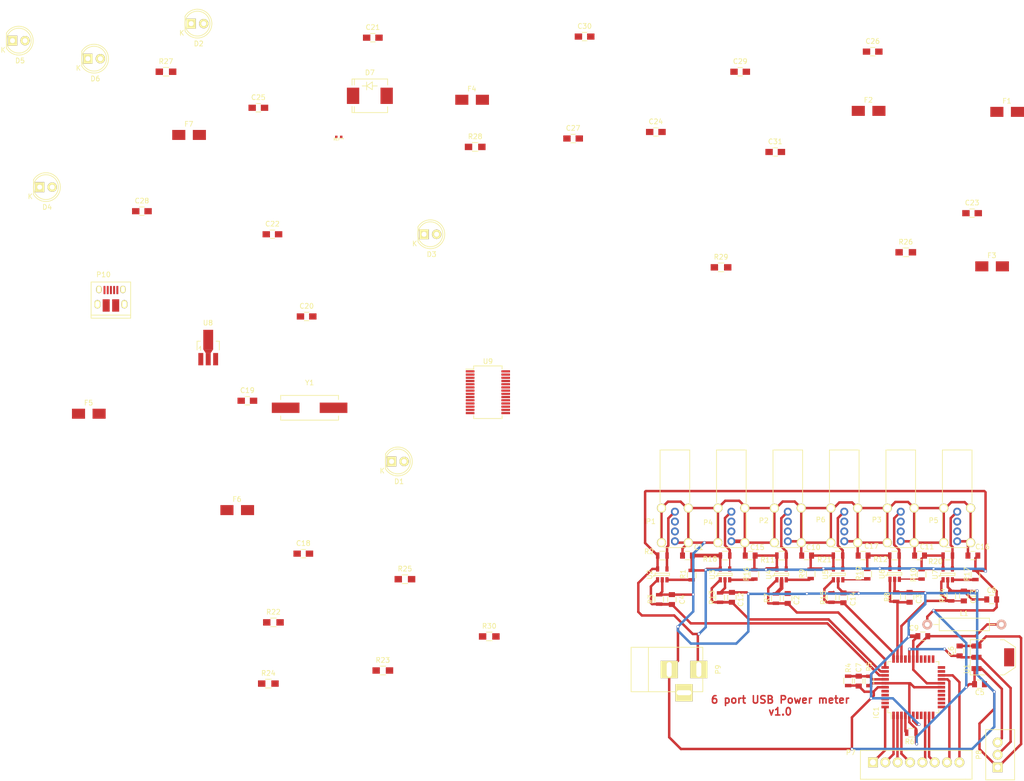
<source format=kicad_pcb>
(kicad_pcb (version 4) (host pcbnew 4.0.1-stable)
  (title_block (date 2016-04-18))
  (layers (0 F.Cu signal) (31 B.Cu signal) (34 B.Paste user) (35 F.Paste user) (36 B.SilkS user) (37 F.SilkS user) (38 B.Mask user) (39 F.Mask user) (44 Edge.Cuts user))
  (net 0 "")
  (net 1 GND)
  (net 2 "Net-(C2-Pad2)")
  (net 3 "Net-(C3-Pad2)")
  (net 4 "Net-(C4-Pad2)")
  (net 5 "Net-(C7-Pad2)")
  (net 6 "Net-(C9-Pad2)")
  (net 7 "Net-(C12-Pad2)")
  (net 8 "Net-(C13-Pad2)")
  (net 9 "Net-(C14-Pad2)")
  (net 10 "Net-(IC1-Pad4)")
  (net 11 "Net-(IC1-Pad7)")
  (net 12 "Net-(IC1-Pad8)")
  (net 13 "Net-(IC1-Pad11)")
  (net 14 "Net-(IC1-Pad12)")
  (net 15 "Net-(IC1-Pad13)")
  (net 16 "Net-(IC1-Pad14)")
  (net 17 "Net-(IC1-Pad15)")
  (net 18 "Net-(IC1-Pad16)")
  (net 19 "Net-(IC1-Pad21)")
  (net 20 "Net-(IC1-Pad22)")
  (net 21 "Net-(IC1-Pad23)")
  (net 22 "Net-(IC1-Pad24)")
  (net 23 "Net-(IC1-Pad25)")
  (net 24 "Net-(IC1-Pad26)")
  (net 25 "Net-(IC1-Pad30)")
  (net 26 "Net-(IC1-Pad40)")
  (net 27 "Net-(IC1-Pad41)")
  (net 28 "Net-(IC1-Pad42)")
  (net 29 "Net-(IC1-Pad43)")
  (net 30 "Net-(R1-Pad2)")
  (net 31 "Net-(R9-Pad2)")
  (net 32 "Net-(R10-Pad2)")
  (net 33 "Net-(R16-Pad2)")
  (net 34 "Net-(R17-Pad2)")
  (net 35 "Net-(R19-Pad2)")
  (net 36 "Net-(P3-Pad2)")
  (net 37 "Net-(P3-Pad3)")
  (net 38 "Net-(P5-Pad2)")
  (net 39 "Net-(P5-Pad3)")
  (net 40 +5V)
  (net 41 +2.5V)
  (net 42 MOSI)
  (net 43 MISO)
  (net 44 SCK)
  (net 45 RXD)
  (net 46 TXD)
  (net 47 SCL)
  (net 48 SDA)
  (net 49 SS)
  (net 50 "Net-(U1-Pad4)")
  (net 51 "Net-(C18-Pad2)")
  (net 52 "Net-(C19-Pad2)")
  (net 53 "Net-(C20-Pad2)")
  (net 54 "Net-(C21-Pad2)")
  (net 55 "Net-(C22-Pad2)")
  (net 56 "Net-(C23-Pad2)")
  (net 57 /Sheet571758E6/3V3)
  (net 58 "Net-(C26-Pad1)")
  (net 59 "Net-(C26-Pad2)")
  (net 60 "Net-(C27-Pad2)")
  (net 61 /Sheet571758E6/1V8)
  (net 62 "Net-(D1-Pad2)")
  (net 63 "Net-(D2-Pad1)")
  (net 64 "Net-(D2-Pad2)")
  (net 65 "Net-(D4-Pad2)")
  (net 66 "Net-(D6-Pad1)")
  (net 67 "Net-(F1-Pad2)")
  (net 68 "Net-(F2-Pad2)")
  (net 69 "Net-(F3-Pad1)")
  (net 70 "Net-(F4-Pad1)")
  (net 71 "Net-(F5-Pad1)")
  (net 72 "Net-(F6-Pad1)")
  (net 73 D1-)
  (net 74 D1+)
  (net 75 D3-)
  (net 76 D3+)
  (net 77 D2-)
  (net 78 D2+)
  (net 79 D4-)
  (net 80 D4+)
  (net 81 "Net-(R23-Pad2)")
  (net 82 "Net-(R24-Pad2)")
  (net 83 "Net-(R26-Pad2)")
  (net 84 "Net-(R27-Pad2)")
  (net 85 "Net-(R28-Pad2)")
  (net 86 "Net-(R29-Pad1)")
  (net 87 "Net-(R30-Pad2)")
  (net 88 "Net-(P10-Pad2)")
  (net 89 "Net-(P10-Pad3)")
  (net 90 "Net-(U9-Pad25)")
  (net 91 "Net-(U9-Pad27)")
  (net 92 "Net-(P10-Pad4)")
  (module muwave_gap (layer F.Cu) (at 42.5 0.05)
    (fp_text reference REF** (at 0 0.5) (layer F.SilkS) (effects (font (size 0.5 0.5) (thickness 0.1))))
    (fp_text value muwave_gap)
    (pad 2 smd rect (at -0.5 0) (size 0.5 0.5) (layers F.Cu))
    (pad 1 smd rect (at 0.5 0) (size 0.5 0.5) (layers F.Cu))
  )
  (module Connect:USB_A_Vertical (layer F.Cu) (at 110.56 75.975)
    (fp_text reference P1 (at -4.86 1.975) (layer F.SilkS))
    (fp_text value USB_A)
    (pad 1 thru_hole circle (at 0 0) (size 1.62 1.62) (drill 0.92) (layers *.Cu *.Mask) (net 67 "Net-(F1-Pad2)"))
    (pad 2 thru_hole circle (at 0 2) (size 1.62 1.62) (drill 0.92) (layers *.Cu *.Mask) (net 73 D1-))
    (pad 3 thru_hole circle (at 0 4) (size 1.62 1.62) (drill 0.92) (layers *.Cu *.Mask) (net 74 D1+))
    (pad 5 thru_hole circle (at 2.72 -0.73) (size 1.85 1.85) (drill 1.35) (layers *.Cu *.Mask F.SilkS) (net 1 GND))
    (pad 4 thru_hole circle (at 0 6) (size 1.62 1.62) (drill 0.92) (layers *.Cu *.Mask) (net 1 GND))
    (pad 5 thru_hole circle (at 2.72 6.27) (size 1.85 1.85) (drill 1.35) (layers *.Cu *.Mask F.SilkS) (net 1 GND))
    (pad 5 thru_hole circle (at -2.72 -0.73) (size 1.85 1.85) (drill 1.35) (layers *.Cu *.Mask F.SilkS) (net 1 GND))
    (pad 5 thru_hole circle (at -2.72 6.27) (size 1.85 1.85) (drill 1.35) (layers *.Cu *.Mask F.SilkS) (net 1 GND))
  )
  (module Connect:USB_A_Vertical (layer F.Cu) (at 133.42 75.975)
    (fp_text reference P2 (at -4.87 1.8) (layer F.SilkS))
    (fp_text value USB_A)
    (pad 1 thru_hole circle (at 0 0) (size 1.62 1.62) (drill 0.92) (layers *.Cu *.Mask) (net 70 "Net-(F4-Pad1)"))
    (pad 2 thru_hole circle (at 0 2) (size 1.62 1.62) (drill 0.92) (layers *.Cu *.Mask) (net 75 D3-))
    (pad 3 thru_hole circle (at 0 4) (size 1.62 1.62) (drill 0.92) (layers *.Cu *.Mask) (net 76 D3+))
    (pad 5 thru_hole circle (at 2.72 -0.73) (size 1.85 1.85) (drill 1.35) (layers *.Cu *.Mask F.SilkS) (net 1 GND))
    (pad 4 thru_hole circle (at 0 6) (size 1.62 1.62) (drill 0.92) (layers *.Cu *.Mask) (net 1 GND))
    (pad 5 thru_hole circle (at 2.72 6.27) (size 1.85 1.85) (drill 1.35) (layers *.Cu *.Mask F.SilkS) (net 1 GND))
    (pad 5 thru_hole circle (at -2.72 -0.73) (size 1.85 1.85) (drill 1.35) (layers *.Cu *.Mask F.SilkS) (net 1 GND))
    (pad 5 thru_hole circle (at -2.72 6.27) (size 1.85 1.85) (drill 1.35) (layers *.Cu *.Mask F.SilkS) (net 1 GND))
  )
  (module Capacitors_SMD:C_0805 (layer F.Cu) (at 113.1 84.865)
    (fp_text reference C1 (at 2.275 -1.64) (layer F.SilkS))
    (fp_text value 100n)
    (pad 1 smd rect (at -1 0) (size 1 1.25) (layers F.Cu F.Paste F.Mask) (net 1 GND))
    (pad 2 smd rect (at 1 0) (size 1 1.25) (layers F.Cu F.Paste F.Mask) (net 40 +5V))
  )
  (module Capacitors_SMD:C_0805 (layer F.Cu) (at 133.4 93.55 270)
    (fp_text reference C2 (at 0.35 -1.8 270) (layer F.SilkS))
    (fp_text value 1n)
    (pad 1 smd rect (at -1 0 270) (size 1 1.25) (layers F.Cu F.Paste F.Mask) (net 1 GND))
    (pad 2 smd rect (at 1 0 270) (size 1 1.25) (layers F.Cu F.Paste F.Mask) (net 2 "Net-(C2-Pad2)"))
  )
  (module Capacitors_SMD:C_0805 (layer F.Cu) (at 158.075 93.325 270)
    (fp_text reference C3 (at 0.325 -1.875 270) (layer F.SilkS))
    (fp_text value 1n)
    (pad 1 smd rect (at -1 0 270) (size 1 1.25) (layers F.Cu F.Paste F.Mask) (net 1 GND))
    (pad 2 smd rect (at 1 0 270) (size 1 1.25) (layers F.Cu F.Paste F.Mask) (net 3 "Net-(C3-Pad2)"))
  )
  (module Capacitors_SMD:C_0805 (layer F.Cu) (at 109.95 93.775 270)
    (fp_text reference C4 (at 0 -2.1 270) (layer F.SilkS))
    (fp_text value 1n)
    (pad 1 smd rect (at -1 0 270) (size 1 1.25) (layers F.Cu F.Paste F.Mask) (net 1 GND))
    (pad 2 smd rect (at 1 0 270) (size 1 1.25) (layers F.Cu F.Paste F.Mask) (net 4 "Net-(C4-Pad2)"))
  )
  (module Capacitors_SMD:C_0805 (layer F.Cu) (at 172.225 110.925)
    (fp_text reference C5 (at 0.05 1.675) (layer F.SilkS))
    (fp_text value 100n)
    (pad 1 smd rect (at -1 0) (size 1 1.25) (layers F.Cu F.Paste F.Mask) (net 40 +5V))
    (pad 2 smd rect (at 1 0) (size 1 1.25) (layers F.Cu F.Paste F.Mask) (net 1 GND))
  )
  (module Capacitors_SMD:C_0805 (layer F.Cu) (at 168.2 104.175 90)
    (fp_text reference C6 (at -0.025 -1.7 90) (layer F.SilkS))
    (fp_text value 10uF)
    (pad 1 smd rect (at -1 0 90) (size 1 1.25) (layers F.Cu F.Paste F.Mask) (net 41 +2.5V))
    (pad 2 smd rect (at 1 0 90) (size 1 1.25) (layers F.Cu F.Paste F.Mask) (net 1 GND))
  )
  (module Capacitors_SMD:C_0805 (layer F.Cu) (at 147.775 110.3 90)
    (fp_text reference C7 (at 2.75 0 90) (layer F.SilkS))
    (fp_text value 1n)
    (pad 1 smd rect (at -1 0 90) (size 1 1.25) (layers F.Cu F.Paste F.Mask) (net 1 GND))
    (pad 2 smd rect (at 1 0 90) (size 1 1.25) (layers F.Cu F.Paste F.Mask) (net 5 "Net-(C7-Pad2)"))
  )
  (module Capacitors_SMD:C_0805 (layer F.Cu) (at 174.695 93.755)
    (fp_text reference C8 (at -0.02 -1.83) (layer F.SilkS))
    (fp_text value 100n)
    (pad 1 smd rect (at -1 0) (size 1 1.25) (layers F.Cu F.Paste F.Mask) (net 1 GND))
    (pad 2 smd rect (at 1 0) (size 1 1.25) (layers F.Cu F.Paste F.Mask) (net 40 +5V))
  )
  (module Capacitors_SMD:C_0805 (layer F.Cu) (at 160.75 101.2)
    (fp_text reference C9 (at -1.8 -1.65) (layer F.SilkS))
    (fp_text value 100n)
    (pad 1 smd rect (at -1 0) (size 1 1.25) (layers F.Cu F.Paste F.Mask) (net 1 GND))
    (pad 2 smd rect (at 1 0) (size 1 1.25) (layers F.Cu F.Paste F.Mask) (net 6 "Net-(C9-Pad2)"))
  )
  (module Capacitors_SMD:C_0805 (layer F.Cu) (at 137.23 84.865)
    (fp_text reference C10 (at 1.345 -1.665) (layer F.SilkS))
    (fp_text value 100n)
    (pad 1 smd rect (at -1 0) (size 1 1.25) (layers F.Cu F.Paste F.Mask) (net 1 GND))
    (pad 2 smd rect (at 1 0) (size 1 1.25) (layers F.Cu F.Paste F.Mask) (net 40 +5V))
  )
  (module Capacitors_SMD:C_0805 (layer F.Cu) (at 160.09 84.865)
    (fp_text reference C11 (at 1.51 -1.79) (layer F.SilkS))
    (fp_text value 100n)
    (pad 1 smd rect (at -1 0) (size 1 1.25) (layers F.Cu F.Paste F.Mask) (net 1 GND))
    (pad 2 smd rect (at 1 0) (size 1 1.25) (layers F.Cu F.Paste F.Mask) (net 40 +5V))
  )
  (module Capacitors_SMD:C_0805 (layer F.Cu) (at 122.1 93.325 270)
    (fp_text reference C12 (at 0.45 -1.775 270) (layer F.SilkS))
    (fp_text value 1n)
    (pad 1 smd rect (at -1 0 270) (size 1 1.25) (layers F.Cu F.Paste F.Mask) (net 1 GND))
    (pad 2 smd rect (at 1 0 270) (size 1 1.25) (layers F.Cu F.Paste F.Mask) (net 7 "Net-(C12-Pad2)"))
  )
  (module Capacitors_SMD:C_0805 (layer F.Cu) (at 169.05 93.05 270)
    (fp_text reference C13 (at 0.1 -1.925 270) (layer F.SilkS))
    (fp_text value 1n)
    (pad 1 smd rect (at -1 0 270) (size 1 1.25) (layers F.Cu F.Paste F.Mask) (net 1 GND))
    (pad 2 smd rect (at 1 0 270) (size 1 1.25) (layers F.Cu F.Paste F.Mask) (net 8 "Net-(C13-Pad2)"))
  )
  (module Capacitors_SMD:C_0805 (layer F.Cu) (at 144.675 93.425 270)
    (fp_text reference C14 (at 0.2 -1.925 270) (layer F.SilkS))
    (fp_text value 1n)
    (pad 1 smd rect (at -1 0 270) (size 1 1.25) (layers F.Cu F.Paste F.Mask) (net 1 GND))
    (pad 2 smd rect (at 1 0 270) (size 1 1.25) (layers F.Cu F.Paste F.Mask) (net 9 "Net-(C14-Pad2)"))
  )
  (module Capacitors_SMD:C_0805 (layer F.Cu) (at 125.8 84.865)
    (fp_text reference C15 (at 1.45 -1.665) (layer F.SilkS))
    (fp_text value 100n)
    (pad 1 smd rect (at -1 0) (size 1 1.25) (layers F.Cu F.Paste F.Mask) (net 1 GND))
    (pad 2 smd rect (at 1 0) (size 1 1.25) (layers F.Cu F.Paste F.Mask) (net 40 +5V))
  )
  (module Capacitors_SMD:C_0805 (layer F.Cu) (at 170.885 84.865)
    (fp_text reference C16 (at 1.94 -1.79) (layer F.SilkS))
    (fp_text value 100n)
    (pad 1 smd rect (at -1 0) (size 1 1.25) (layers F.Cu F.Paste F.Mask) (net 1 GND))
    (pad 2 smd rect (at 1 0) (size 1 1.25) (layers F.Cu F.Paste F.Mask) (net 40 +5V))
  )
  (module Capacitors_SMD:C_0805 (layer F.Cu) (at 148.66 84.865)
    (fp_text reference C17 (at 1.69 -1.915) (layer F.SilkS))
    (fp_text value 100n)
    (pad 1 smd rect (at -1 0) (size 1 1.25) (layers F.Cu F.Paste F.Mask) (net 1 GND))
    (pad 2 smd rect (at 1 0) (size 1 1.25) (layers F.Cu F.Paste F.Mask) (net 40 +5V))
  )
  (module Housings_QFP:TQFP-44_10x10mm_Pitch0.8mm (layer F.Cu) (at 158.82 111.535 90)
    (fp_text reference IC1 (at -5.14 -7.52 90) (layer F.SilkS))
    (fp_text value ATMEGA32-M)
    (pad 1 smd rect (at -5.7 -4 90) (size 1.5 0.55) (layers F.Cu F.Paste F.Mask) (net 42 MOSI))
    (pad 2 smd rect (at -5.7 -3.2 90) (size 1.5 0.55) (layers F.Cu F.Paste F.Mask) (net 43 MISO))
    (pad 3 smd rect (at -5.7 -2.4 90) (size 1.5 0.55) (layers F.Cu F.Paste F.Mask) (net 44 SCK))
    (pad 4 smd rect (at -5.7 -1.6 90) (size 1.5 0.55) (layers F.Cu F.Paste F.Mask) (net 10 "Net-(IC1-Pad4)"))
    (pad 5 smd rect (at -5.7 -0.8 90) (size 1.5 0.55) (layers F.Cu F.Paste F.Mask) (net 40 +5V))
    (pad 6 smd rect (at -5.7 0 90) (size 1.5 0.55) (layers F.Cu F.Paste F.Mask) (net 1 GND))
    (pad 7 smd rect (at -5.7 0.8 90) (size 1.5 0.55) (layers F.Cu F.Paste F.Mask) (net 11 "Net-(IC1-Pad7)"))
    (pad 8 smd rect (at -5.7 1.6 90) (size 1.5 0.55) (layers F.Cu F.Paste F.Mask) (net 12 "Net-(IC1-Pad8)"))
    (pad 9 smd rect (at -5.7 2.4 90) (size 1.5 0.55) (layers F.Cu F.Paste F.Mask) (net 45 RXD))
    (pad 10 smd rect (at -5.7 3.2 90) (size 1.5 0.55) (layers F.Cu F.Paste F.Mask) (net 46 TXD))
    (pad 11 smd rect (at -5.7 4 90) (size 1.5 0.55) (layers F.Cu F.Paste F.Mask) (net 13 "Net-(IC1-Pad11)"))
    (pad 12 smd rect (at -4 5.7 180) (size 1.5 0.55) (layers F.Cu F.Paste F.Mask) (net 14 "Net-(IC1-Pad12)"))
    (pad 13 smd rect (at -3.2 5.7 180) (size 1.5 0.55) (layers F.Cu F.Paste F.Mask) (net 15 "Net-(IC1-Pad13)"))
    (pad 14 smd rect (at -2.4 5.7 180) (size 1.5 0.55) (layers F.Cu F.Paste F.Mask) (net 16 "Net-(IC1-Pad14)"))
    (pad 15 smd rect (at -1.6 5.7 180) (size 1.5 0.55) (layers F.Cu F.Paste F.Mask) (net 17 "Net-(IC1-Pad15)"))
    (pad 16 smd rect (at -0.8 5.7 180) (size 1.5 0.55) (layers F.Cu F.Paste F.Mask) (net 18 "Net-(IC1-Pad16)"))
    (pad 17 smd rect (at 0 5.7 180) (size 1.5 0.55) (layers F.Cu F.Paste F.Mask) (net 40 +5V))
    (pad 18 smd rect (at 0.8 5.7 180) (size 1.5 0.55) (layers F.Cu F.Paste F.Mask) (net 1 GND))
    (pad 19 smd rect (at 1.6 5.7 180) (size 1.5 0.55) (layers F.Cu F.Paste F.Mask) (net 47 SCL))
    (pad 20 smd rect (at 2.4 5.7 180) (size 1.5 0.55) (layers F.Cu F.Paste F.Mask) (net 48 SDA))
    (pad 21 smd rect (at 3.2 5.7 180) (size 1.5 0.55) (layers F.Cu F.Paste F.Mask) (net 19 "Net-(IC1-Pad21)"))
    (pad 22 smd rect (at 4 5.7 180) (size 1.5 0.55) (layers F.Cu F.Paste F.Mask) (net 20 "Net-(IC1-Pad22)"))
    (pad 23 smd rect (at 5.7 4 90) (size 1.5 0.55) (layers F.Cu F.Paste F.Mask) (net 21 "Net-(IC1-Pad23)"))
    (pad 24 smd rect (at 5.7 3.2 90) (size 1.5 0.55) (layers F.Cu F.Paste F.Mask) (net 22 "Net-(IC1-Pad24)"))
    (pad 25 smd rect (at 5.7 2.4 90) (size 1.5 0.55) (layers F.Cu F.Paste F.Mask) (net 23 "Net-(IC1-Pad25)"))
    (pad 26 smd rect (at 5.7 1.6 90) (size 1.5 0.55) (layers F.Cu F.Paste F.Mask) (net 24 "Net-(IC1-Pad26)"))
    (pad 27 smd rect (at 5.7 0.8 90) (size 1.5 0.55) (layers F.Cu F.Paste F.Mask) (net 6 "Net-(C9-Pad2)"))
    (pad 28 smd rect (at 5.7 0 90) (size 1.5 0.55) (layers F.Cu F.Paste F.Mask) (net 1 GND))
    (pad 29 smd rect (at 5.7 -0.8 90) (size 1.5 0.55) (layers F.Cu F.Paste F.Mask) (net 41 +2.5V))
    (pad 30 smd rect (at 5.7 -1.6 90) (size 1.5 0.55) (layers F.Cu F.Paste F.Mask) (net 25 "Net-(IC1-Pad30)"))
    (pad 31 smd rect (at 5.7 -2.4 90) (size 1.5 0.55) (layers F.Cu F.Paste F.Mask) (net 8 "Net-(C13-Pad2)"))
    (pad 32 smd rect (at 5.7 -3.2 90) (size 1.5 0.55) (layers F.Cu F.Paste F.Mask) (net 3 "Net-(C3-Pad2)"))
    (pad 33 smd rect (at 5.7 -4 90) (size 1.5 0.55) (layers F.Cu F.Paste F.Mask) (net 9 "Net-(C14-Pad2)"))
    (pad 34 smd rect (at 4 -5.7 180) (size 1.5 0.55) (layers F.Cu F.Paste F.Mask) (net 2 "Net-(C2-Pad2)"))
    (pad 35 smd rect (at 3.2 -5.7 180) (size 1.5 0.55) (layers F.Cu F.Paste F.Mask) (net 7 "Net-(C12-Pad2)"))
    (pad 36 smd rect (at 2.4 -5.7 180) (size 1.5 0.55) (layers F.Cu F.Paste F.Mask) (net 4 "Net-(C4-Pad2)"))
    (pad 37 smd rect (at 1.6 -5.7 180) (size 1.5 0.55) (layers F.Cu F.Paste F.Mask) (net 5 "Net-(C7-Pad2)"))
    (pad 38 smd rect (at 0.8 -5.7 180) (size 1.5 0.55) (layers F.Cu F.Paste F.Mask) (net 40 +5V))
    (pad 39 smd rect (at 0 -5.7 180) (size 1.5 0.55) (layers F.Cu F.Paste F.Mask) (net 1 GND))
    (pad 40 smd rect (at -0.8 -5.7 180) (size 1.5 0.55) (layers F.Cu F.Paste F.Mask) (net 26 "Net-(IC1-Pad40)"))
    (pad 41 smd rect (at -1.6 -5.7 180) (size 1.5 0.55) (layers F.Cu F.Paste F.Mask) (net 27 "Net-(IC1-Pad41)"))
    (pad 42 smd rect (at -2.4 -5.7 180) (size 1.5 0.55) (layers F.Cu F.Paste F.Mask) (net 28 "Net-(IC1-Pad42)"))
    (pad 43 smd rect (at -3.2 -5.7 180) (size 1.5 0.55) (layers F.Cu F.Paste F.Mask) (net 29 "Net-(IC1-Pad43)"))
    (pad 44 smd rect (at -4 -5.7 180) (size 1.5 0.55) (layers F.Cu F.Paste F.Mask) (net 49 SS))
  )
  (module Resistors_ThroughHole:Resistor_Horizontal_RM15mm (layer F.Cu) (at 161.65 98.825)
    (fp_text reference L1 (at 7.45 -2.225) (layer F.SilkS))
    (fp_text value 10uH)
    (pad 1 thru_hole circle (at 0 0) (size 1.99898 1.99898) (drill 1.00076) (layers *.Cu *.SilkS *.Mask) (net 40 +5V))
    (pad 2 thru_hole circle (at 15 0) (size 1.99898 1.99898) (drill 1.00076) (layers *.Cu *.SilkS *.Mask) (net 6 "Net-(C9-Pad2)"))
  )
  (module Resistors_SMD:R_0805 (layer F.Cu) (at 113.95 88.825 270)
    (fp_text reference R1 (at -0.225 1.75 270) (layer F.SilkS))
    (fp_text value 100R)
    (pad 1 smd rect (at -0.95 0 270) (size 0.7 1.3) (layers F.Cu F.Paste F.Mask) (net 40 +5V))
    (pad 2 smd rect (at 0.95 0 270) (size 0.7 1.3) (layers F.Cu F.Paste F.Mask) (net 30 "Net-(R1-Pad2)"))
  )
  (module Resistors_SMD:R_0805 (layer F.Cu) (at 108.02 84.865)
    (fp_text reference R2 (at -2.695 -0.815) (layer F.SilkS))
    (fp_text value 0.01R)
    (pad 1 smd rect (at -0.95 0) (size 0.7 1.3) (layers F.Cu F.Paste F.Mask) (net 40 +5V))
    (pad 2 smd rect (at 0.95 0) (size 0.7 1.3) (layers F.Cu F.Paste F.Mask) (net 51 "Net-(C18-Pad2)"))
  )
  (module Resistors_SMD:R_0805 (layer F.Cu) (at 107.375 93.75 270)
    (fp_text reference R3 (at -0.05 1.7 270) (layer F.SilkS))
    (fp_text value 10K)
    (pad 1 smd rect (at -0.95 0 270) (size 0.7 1.3) (layers F.Cu F.Paste F.Mask) (net 1 GND))
    (pad 2 smd rect (at 0.95 0 270) (size 0.7 1.3) (layers F.Cu F.Paste F.Mask) (net 4 "Net-(C4-Pad2)"))
  )
  (module Resistors_SMD:R_0805 (layer F.Cu) (at 145.625 110.25 90)
    (fp_text reference R4 (at 2.65 0.05 90) (layer F.SilkS))
    (fp_text value 10K)
    (pad 1 smd rect (at -0.95 0 90) (size 0.7 1.3) (layers F.Cu F.Paste F.Mask) (net 1 GND))
    (pad 2 smd rect (at 0.95 0 90) (size 0.7 1.3) (layers F.Cu F.Paste F.Mask) (net 5 "Net-(C7-Pad2)"))
  )
  (module Resistors_SMD:R_0805 (layer F.Cu) (at 149.93 110.265 90)
    (fp_text reference R5 (at 2.89 -0.055 90) (layer F.SilkS))
    (fp_text value 14K)
    (pad 1 smd rect (at -0.95 0 90) (size 0.7 1.3) (layers F.Cu F.Paste F.Mask) (net 40 +5V))
    (pad 2 smd rect (at 0.95 0 90) (size 0.7 1.3) (layers F.Cu F.Paste F.Mask) (net 5 "Net-(C7-Pad2)"))
  )
  (module Resistors_SMD:R_0805 (layer F.Cu) (at 158.425 120.75 180)
    (fp_text reference R6 (at 0.325 -1.8 180) (layer F.SilkS))
    (fp_text value 10k)
    (pad 1 smd rect (at -0.95 0 180) (size 0.7 1.3) (layers F.Cu F.Paste F.Mask) (net 40 +5V))
    (pad 2 smd rect (at 0.95 0 180) (size 0.7 1.3) (layers F.Cu F.Paste F.Mask) (net 10 "Net-(IC1-Pad4)"))
  )
  (module Resistors_SMD:R_0805 (layer F.Cu) (at 131 93.575 270)
    (fp_text reference R7 (at -0.1 1.8 270) (layer F.SilkS))
    (fp_text value 10K)
    (pad 1 smd rect (at -0.95 0 270) (size 0.7 1.3) (layers F.Cu F.Paste F.Mask) (net 1 GND))
    (pad 2 smd rect (at 0.95 0 270) (size 0.7 1.3) (layers F.Cu F.Paste F.Mask) (net 2 "Net-(C2-Pad2)"))
  )
  (module Resistors_SMD:R_0805 (layer F.Cu) (at 155.35 93.2 270)
    (fp_text reference R8 (at 0.075 1.825 270) (layer F.SilkS))
    (fp_text value 10K)
    (pad 1 smd rect (at -0.95 0 270) (size 0.7 1.3) (layers F.Cu F.Paste F.Mask) (net 1 GND))
    (pad 2 smd rect (at 0.95 0 270) (size 0.7 1.3) (layers F.Cu F.Paste F.Mask) (net 3 "Net-(C3-Pad2)"))
  )
  (module Resistors_SMD:R_0805 (layer F.Cu) (at 138.05 88.575 270)
    (fp_text reference R9 (at -0.025 1.725 270) (layer F.SilkS))
    (fp_text value 100R)
    (pad 1 smd rect (at -0.95 0 270) (size 0.7 1.3) (layers F.Cu F.Paste F.Mask) (net 40 +5V))
    (pad 2 smd rect (at 0.95 0 270) (size 0.7 1.3) (layers F.Cu F.Paste F.Mask) (net 31 "Net-(R9-Pad2)"))
  )
  (module Resistors_SMD:R_0805 (layer F.Cu) (at 160.5 88.675 270)
    (fp_text reference R10 (at 0.1 1.65 270) (layer F.SilkS))
    (fp_text value 100R)
    (pad 1 smd rect (at -0.95 0 270) (size 0.7 1.3) (layers F.Cu F.Paste F.Mask) (net 40 +5V))
    (pad 2 smd rect (at 0.95 0 270) (size 0.7 1.3) (layers F.Cu F.Paste F.Mask) (net 32 "Net-(R10-Pad2)"))
  )
  (module Resistors_SMD:R_0805 (layer F.Cu) (at 132.15 84.865)
    (fp_text reference R11 (at -2.825 0.885) (layer F.SilkS))
    (fp_text value 0.01R)
    (pad 1 smd rect (at -0.95 0) (size 0.7 1.3) (layers F.Cu F.Paste F.Mask) (net 40 +5V))
    (pad 2 smd rect (at 0.95 0) (size 0.7 1.3) (layers F.Cu F.Paste F.Mask) (net 54 "Net-(C21-Pad2)"))
  )
  (module Resistors_SMD:R_0805 (layer F.Cu) (at 155.01 84.865)
    (fp_text reference R12 (at -2.81 0.76) (layer F.SilkS))
    (fp_text value 0.01R)
    (pad 1 smd rect (at -0.95 0) (size 0.7 1.3) (layers F.Cu F.Paste F.Mask) (net 40 +5V))
    (pad 2 smd rect (at 0.95 0) (size 0.7 1.3) (layers F.Cu F.Paste F.Mask) (net 55 "Net-(C22-Pad2)"))
  )
  (module Resistors_SMD:R_0805 (layer F.Cu) (at 119.7 93.375 270)
    (fp_text reference R13 (at -0.025 1.65 270) (layer F.SilkS))
    (fp_text value 10K)
    (pad 1 smd rect (at -0.95 0 270) (size 0.7 1.3) (layers F.Cu F.Paste F.Mask) (net 1 GND))
    (pad 2 smd rect (at 0.95 0 270) (size 0.7 1.3) (layers F.Cu F.Paste F.Mask) (net 7 "Net-(C12-Pad2)"))
  )
  (module Resistors_SMD:R_0805 (layer F.Cu) (at 166.5 93.1 270)
    (fp_text reference R14 (at -0.15 1.775 270) (layer F.SilkS))
    (fp_text value 10K)
    (pad 1 smd rect (at -0.95 0 270) (size 0.7 1.3) (layers F.Cu F.Paste F.Mask) (net 1 GND))
    (pad 2 smd rect (at 0.95 0 270) (size 0.7 1.3) (layers F.Cu F.Paste F.Mask) (net 8 "Net-(C13-Pad2)"))
  )
  (module Resistors_SMD:R_0805 (layer F.Cu) (at 142.25 93.375 270)
    (fp_text reference R15 (at 0 1.65 270) (layer F.SilkS))
    (fp_text value 10K)
    (pad 1 smd rect (at -0.95 0 270) (size 0.7 1.3) (layers F.Cu F.Paste F.Mask) (net 1 GND))
    (pad 2 smd rect (at 0.95 0 270) (size 0.7 1.3) (layers F.Cu F.Paste F.Mask) (net 9 "Net-(C14-Pad2)"))
  )
  (module Resistors_SMD:R_0805 (layer F.Cu) (at 126.65 88.675 270)
    (fp_text reference R16 (at -0.075 1.625 270) (layer F.SilkS))
    (fp_text value 100R)
    (pad 1 smd rect (at -0.95 0 270) (size 0.7 1.3) (layers F.Cu F.Paste F.Mask) (net 40 +5V))
    (pad 2 smd rect (at 0.95 0 270) (size 0.7 1.3) (layers F.Cu F.Paste F.Mask) (net 33 "Net-(R16-Pad2)"))
  )
  (module Resistors_SMD:R_0805 (layer F.Cu) (at 171.4 88.775 270)
    (fp_text reference R17 (at -0.15 1.725 270) (layer F.SilkS))
    (fp_text value 100R)
    (pad 1 smd rect (at -0.95 0 270) (size 0.7 1.3) (layers F.Cu F.Paste F.Mask) (net 40 +5V))
    (pad 2 smd rect (at 0.95 0 270) (size 0.7 1.3) (layers F.Cu F.Paste F.Mask) (net 34 "Net-(R17-Pad2)"))
  )
  (module Resistors_SMD:R_0805 (layer F.Cu) (at 120.72 84.865)
    (fp_text reference R18 (at -3.045 0.71) (layer F.SilkS))
    (fp_text value 0.01R)
    (pad 1 smd rect (at -0.95 0) (size 0.7 1.3) (layers F.Cu F.Paste F.Mask) (net 40 +5V))
    (pad 2 smd rect (at 0.95 0) (size 0.7 1.3) (layers F.Cu F.Paste F.Mask) (net 52 "Net-(C19-Pad2)"))
  )
  (module Resistors_SMD:R_0805 (layer F.Cu) (at 149.5 88.625 270)
    (fp_text reference R19 (at -0.15 1.7 270) (layer F.SilkS))
    (fp_text value 100R)
    (pad 1 smd rect (at -0.95 0 270) (size 0.7 1.3) (layers F.Cu F.Paste F.Mask) (net 40 +5V))
    (pad 2 smd rect (at 0.95 0 270) (size 0.7 1.3) (layers F.Cu F.Paste F.Mask) (net 35 "Net-(R19-Pad2)"))
  )
  (module Resistors_SMD:R_0805 (layer F.Cu) (at 165.805 84.865)
    (fp_text reference R20 (at -2.505 1.21) (layer F.SilkS))
    (fp_text value 0.01R)
    (pad 1 smd rect (at -0.95 0) (size 0.7 1.3) (layers F.Cu F.Paste F.Mask) (net 40 +5V))
    (pad 2 smd rect (at 0.95 0) (size 0.7 1.3) (layers F.Cu F.Paste F.Mask) (net 56 "Net-(C23-Pad2)"))
  )
  (module Resistors_SMD:R_0805 (layer F.Cu) (at 143.58 84.865)
    (fp_text reference R21 (at -2.755 0.835) (layer F.SilkS))
    (fp_text value 0.01R)
    (pad 1 smd rect (at -0.95 0) (size 0.7 1.3) (layers F.Cu F.Paste F.Mask) (net 40 +5V))
    (pad 2 smd rect (at 0.95 0) (size 0.7 1.3) (layers F.Cu F.Paste F.Mask) (net 53 "Net-(C20-Pad2)"))
  )
  (module TO_SOT_Packages_SMD:SOT-223 (layer F.Cu) (at 174.925 105.475 270)
    (fp_text reference U1 (at 2.35 5.3 270) (layer F.SilkS))
    (fp_text value LM1117MP-2.5)
    (pad 4 smd rect (at 0 -3.302 270) (size 3.6576 2.032) (layers F.Cu F.Paste F.Mask) (net 50 "Net-(U1-Pad4)"))
    (pad 2 smd rect (at 0 3.302 270) (size 1.016 2.032) (layers F.Cu F.Paste F.Mask) (net 41 +2.5V))
    (pad 3 smd rect (at 2.286 3.302 270) (size 1.016 2.032) (layers F.Cu F.Paste F.Mask) (net 40 +5V))
    (pad 1 smd rect (at -2.286 3.302 270) (size 1.016 2.032) (layers F.Cu F.Paste F.Mask) (net 1 GND))
  )
  (module TO_SOT_Packages_SMD:SOT-23-5 (layer F.Cu) (at 108 88.675 90)
    (fp_text reference U2 (at -0.05 -2.55 90) (layer F.SilkS))
    (fp_text value LT6106)
    (pad 1 smd rect (at -1.1 -0.95 90) (size 1.06 0.65) (layers F.Cu F.Paste F.Mask) (net 4 "Net-(C4-Pad2)"))
    (pad 2 smd rect (at -1.1 0 90) (size 1.06 0.65) (layers F.Cu F.Paste F.Mask) (net 1 GND))
    (pad 3 smd rect (at -1.1 0.95 90) (size 1.06 0.65) (layers F.Cu F.Paste F.Mask) (net 30 "Net-(R1-Pad2)"))
    (pad 4 smd rect (at 1.1 0.95 90) (size 1.06 0.65) (layers F.Cu F.Paste F.Mask) (net 51 "Net-(C18-Pad2)"))
    (pad 5 smd rect (at 1.1 -0.95 90) (size 1.06 0.65) (layers F.Cu F.Paste F.Mask) (net 40 +5V))
  )
  (module TO_SOT_Packages_SMD:SOT-23-5 (layer F.Cu) (at 120.7 88.675 90)
    (fp_text reference U3 (at -0.05 -2.55 90) (layer F.SilkS))
    (fp_text value LT6106)
    (pad 1 smd rect (at -1.1 -0.95 90) (size 1.06 0.65) (layers F.Cu F.Paste F.Mask) (net 7 "Net-(C12-Pad2)"))
    (pad 2 smd rect (at -1.1 0 90) (size 1.06 0.65) (layers F.Cu F.Paste F.Mask) (net 1 GND))
    (pad 3 smd rect (at -1.1 0.95 90) (size 1.06 0.65) (layers F.Cu F.Paste F.Mask) (net 33 "Net-(R16-Pad2)"))
    (pad 4 smd rect (at 1.1 0.95 90) (size 1.06 0.65) (layers F.Cu F.Paste F.Mask) (net 52 "Net-(C19-Pad2)"))
    (pad 5 smd rect (at 1.1 -0.95 90) (size 1.06 0.65) (layers F.Cu F.Paste F.Mask) (net 40 +5V))
  )
  (module TO_SOT_Packages_SMD:SOT-23-5 (layer F.Cu) (at 132.15 88.675 90)
    (fp_text reference U4 (at -0.05 -2.55 90) (layer F.SilkS))
    (fp_text value LT6106)
    (pad 1 smd rect (at -1.1 -0.95 90) (size 1.06 0.65) (layers F.Cu F.Paste F.Mask) (net 2 "Net-(C2-Pad2)"))
    (pad 2 smd rect (at -1.1 0 90) (size 1.06 0.65) (layers F.Cu F.Paste F.Mask) (net 1 GND))
    (pad 3 smd rect (at -1.1 0.95 90) (size 1.06 0.65) (layers F.Cu F.Paste F.Mask) (net 31 "Net-(R9-Pad2)"))
    (pad 4 smd rect (at 1.1 0.95 90) (size 1.06 0.65) (layers F.Cu F.Paste F.Mask) (net 54 "Net-(C21-Pad2)"))
    (pad 5 smd rect (at 1.1 -0.95 90) (size 1.06 0.65) (layers F.Cu F.Paste F.Mask) (net 40 +5V))
  )
  (module TO_SOT_Packages_SMD:SOT-23-5 (layer F.Cu) (at 143.6 88.675 90)
    (fp_text reference U5 (at -0.05 -2.55 90) (layer F.SilkS))
    (fp_text value LT6106)
    (pad 1 smd rect (at -1.1 -0.95 90) (size 1.06 0.65) (layers F.Cu F.Paste F.Mask) (net 9 "Net-(C14-Pad2)"))
    (pad 2 smd rect (at -1.1 0 90) (size 1.06 0.65) (layers F.Cu F.Paste F.Mask) (net 1 GND))
    (pad 3 smd rect (at -1.1 0.95 90) (size 1.06 0.65) (layers F.Cu F.Paste F.Mask) (net 35 "Net-(R19-Pad2)"))
    (pad 4 smd rect (at 1.1 0.95 90) (size 1.06 0.65) (layers F.Cu F.Paste F.Mask) (net 53 "Net-(C20-Pad2)"))
    (pad 5 smd rect (at 1.1 -0.95 90) (size 1.06 0.65) (layers F.Cu F.Paste F.Mask) (net 40 +5V))
  )
  (module TO_SOT_Packages_SMD:SOT-23-5 (layer F.Cu) (at 155.05 88.575 90)
    (fp_text reference U6 (at -0.05 -2.55 90) (layer F.SilkS))
    (fp_text value LT6106)
    (pad 1 smd rect (at -1.1 -0.95 90) (size 1.06 0.65) (layers F.Cu F.Paste F.Mask) (net 3 "Net-(C3-Pad2)"))
    (pad 2 smd rect (at -1.1 0 90) (size 1.06 0.65) (layers F.Cu F.Paste F.Mask) (net 1 GND))
    (pad 3 smd rect (at -1.1 0.95 90) (size 1.06 0.65) (layers F.Cu F.Paste F.Mask) (net 32 "Net-(R10-Pad2)"))
    (pad 4 smd rect (at 1.1 0.95 90) (size 1.06 0.65) (layers F.Cu F.Paste F.Mask) (net 55 "Net-(C22-Pad2)"))
    (pad 5 smd rect (at 1.1 -0.95 90) (size 1.06 0.65) (layers F.Cu F.Paste F.Mask) (net 40 +5V))
  )
  (module TO_SOT_Packages_SMD:SOT-23-5 (layer F.Cu) (at 165.8 88.675 90)
    (fp_text reference U7 (at -0.05 -2.55 90) (layer F.SilkS))
    (fp_text value LT6106)
    (pad 1 smd rect (at -1.1 -0.95 90) (size 1.06 0.65) (layers F.Cu F.Paste F.Mask) (net 8 "Net-(C13-Pad2)"))
    (pad 2 smd rect (at -1.1 0 90) (size 1.06 0.65) (layers F.Cu F.Paste F.Mask) (net 1 GND))
    (pad 3 smd rect (at -1.1 0.95 90) (size 1.06 0.65) (layers F.Cu F.Paste F.Mask) (net 34 "Net-(R17-Pad2)"))
    (pad 4 smd rect (at 1.1 0.95 90) (size 1.06 0.65) (layers F.Cu F.Paste F.Mask) (net 56 "Net-(C23-Pad2)"))
    (pad 5 smd rect (at 1.1 -0.95 90) (size 1.06 0.65) (layers F.Cu F.Paste F.Mask) (net 40 +5V))
  )
  (module Connect:USB_A_Vertical (layer F.Cu) (at 156.28 75.975)
    (fp_text reference P3 (at -4.855 1.65) (layer F.SilkS))
    (fp_text value USB_A)
    (pad 1 thru_hole circle (at 0 0) (size 1.62 1.62) (drill 0.92) (layers *.Cu *.Mask) (net 71 "Net-(F5-Pad1)"))
    (pad 2 thru_hole circle (at 0 2) (size 1.62 1.62) (drill 0.92) (layers *.Cu *.Mask) (net 36 "Net-(P3-Pad2)"))
    (pad 3 thru_hole circle (at 0 4) (size 1.62 1.62) (drill 0.92) (layers *.Cu *.Mask) (net 37 "Net-(P3-Pad3)"))
    (pad 5 thru_hole circle (at 2.72 -0.73) (size 1.85 1.85) (drill 1.35) (layers *.Cu *.Mask F.SilkS) (net 1 GND))
    (pad 4 thru_hole circle (at 0 6) (size 1.62 1.62) (drill 0.92) (layers *.Cu *.Mask) (net 1 GND))
    (pad 5 thru_hole circle (at 2.72 6.27) (size 1.85 1.85) (drill 1.35) (layers *.Cu *.Mask F.SilkS) (net 1 GND))
    (pad 5 thru_hole circle (at -2.72 -0.73) (size 1.85 1.85) (drill 1.35) (layers *.Cu *.Mask F.SilkS) (net 1 GND))
    (pad 5 thru_hole circle (at -2.72 6.27) (size 1.85 1.85) (drill 1.35) (layers *.Cu *.Mask F.SilkS) (net 1 GND))
  )
  (module Connect:USB_A_Vertical (layer F.Cu) (at 121.99 75.975)
    (fp_text reference P4 (at -4.715 2.2) (layer F.SilkS))
    (fp_text value USB_A)
    (pad 1 thru_hole circle (at 0 0) (size 1.62 1.62) (drill 0.92) (layers *.Cu *.Mask) (net 68 "Net-(F2-Pad2)"))
    (pad 2 thru_hole circle (at 0 2) (size 1.62 1.62) (drill 0.92) (layers *.Cu *.Mask) (net 77 D2-))
    (pad 3 thru_hole circle (at 0 4) (size 1.62 1.62) (drill 0.92) (layers *.Cu *.Mask) (net 78 D2+))
    (pad 5 thru_hole circle (at 2.72 -0.73) (size 1.85 1.85) (drill 1.35) (layers *.Cu *.Mask F.SilkS) (net 1 GND))
    (pad 4 thru_hole circle (at 0 6) (size 1.62 1.62) (drill 0.92) (layers *.Cu *.Mask) (net 1 GND))
    (pad 5 thru_hole circle (at 2.72 6.27) (size 1.85 1.85) (drill 1.35) (layers *.Cu *.Mask F.SilkS) (net 1 GND))
    (pad 5 thru_hole circle (at -2.72 -0.73) (size 1.85 1.85) (drill 1.35) (layers *.Cu *.Mask F.SilkS) (net 1 GND))
    (pad 5 thru_hole circle (at -2.72 6.27) (size 1.85 1.85) (drill 1.35) (layers *.Cu *.Mask F.SilkS) (net 1 GND))
  )
  (module Connect:USB_A_Vertical (layer F.Cu) (at 167.71 75.975)
    (fp_text reference P5 (at -4.785 1.775) (layer F.SilkS))
    (fp_text value USB_A)
    (pad 1 thru_hole circle (at 0 0) (size 1.62 1.62) (drill 0.92) (layers *.Cu *.Mask) (net 72 "Net-(F6-Pad1)"))
    (pad 2 thru_hole circle (at 0 2) (size 1.62 1.62) (drill 0.92) (layers *.Cu *.Mask) (net 38 "Net-(P5-Pad2)"))
    (pad 3 thru_hole circle (at 0 4) (size 1.62 1.62) (drill 0.92) (layers *.Cu *.Mask) (net 39 "Net-(P5-Pad3)"))
    (pad 5 thru_hole circle (at 2.72 -0.73) (size 1.85 1.85) (drill 1.35) (layers *.Cu *.Mask F.SilkS) (net 1 GND))
    (pad 4 thru_hole circle (at 0 6) (size 1.62 1.62) (drill 0.92) (layers *.Cu *.Mask) (net 1 GND))
    (pad 5 thru_hole circle (at 2.72 6.27) (size 1.85 1.85) (drill 1.35) (layers *.Cu *.Mask F.SilkS) (net 1 GND))
    (pad 5 thru_hole circle (at -2.72 -0.73) (size 1.85 1.85) (drill 1.35) (layers *.Cu *.Mask F.SilkS) (net 1 GND))
    (pad 5 thru_hole circle (at -2.72 6.27) (size 1.85 1.85) (drill 1.35) (layers *.Cu *.Mask F.SilkS) (net 1 GND))
  )
  (module Connect:USB_A_Vertical (layer F.Cu) (at 144.85 75.975)
    (fp_text reference P6 (at -4.775 1.625) (layer F.SilkS))
    (fp_text value USB_A)
    (pad 1 thru_hole circle (at 0 0) (size 1.62 1.62) (drill 0.92) (layers *.Cu *.Mask) (net 69 "Net-(F3-Pad1)"))
    (pad 2 thru_hole circle (at 0 2) (size 1.62 1.62) (drill 0.92) (layers *.Cu *.Mask) (net 79 D4-))
    (pad 3 thru_hole circle (at 0 4) (size 1.62 1.62) (drill 0.92) (layers *.Cu *.Mask) (net 80 D4+))
    (pad 5 thru_hole circle (at 2.72 -0.73) (size 1.85 1.85) (drill 1.35) (layers *.Cu *.Mask F.SilkS) (net 1 GND))
    (pad 4 thru_hole circle (at 0 6) (size 1.62 1.62) (drill 0.92) (layers *.Cu *.Mask) (net 1 GND))
    (pad 5 thru_hole circle (at 2.72 6.27) (size 1.85 1.85) (drill 1.35) (layers *.Cu *.Mask F.SilkS) (net 1 GND))
    (pad 5 thru_hole circle (at -2.72 -0.73) (size 1.85 1.85) (drill 1.35) (layers *.Cu *.Mask F.SilkS) (net 1 GND))
    (pad 5 thru_hole circle (at -2.72 6.27) (size 1.85 1.85) (drill 1.35) (layers *.Cu *.Mask F.SilkS) (net 1 GND))
  )
  (module Connect:Wafer_Vertical22.5x5.8x7RM2.5-8 (layer F.Cu) (at 150.65 126.75)
    (fp_text reference P7 (at -4.48 -1.99) (layer F.SilkS))
    (fp_text value CONN_01X08)
    (pad 1 thru_hole rect (at 0 0) (size 2 2) (drill 1.2) (layers *.Cu *.Mask F.SilkS) (net 49 SS))
    (pad 2 thru_hole circle (at 2.513 0) (size 2 2) (drill 1.2) (layers *.Cu *.Mask F.SilkS) (net 42 MOSI))
    (pad 3 thru_hole circle (at 5.013 0) (size 2 2) (drill 1.2) (layers *.Cu *.Mask F.SilkS) (net 43 MISO))
    (pad 4 thru_hole circle (at 7.513 0) (size 2 2) (drill 1.2) (layers *.Cu *.Mask F.SilkS) (net 44 SCK))
    (pad 5 thru_hole circle (at 10.013 0) (size 2 2) (drill 1.2) (layers *.Cu *.Mask F.SilkS) (net 45 RXD))
    (pad 6 thru_hole circle (at 12.513 0) (size 2 2) (drill 1.2) (layers *.Cu *.Mask F.SilkS) (net 46 TXD))
    (pad 7 thru_hole circle (at 15.013 0) (size 2 2) (drill 1.2) (layers *.Cu *.Mask F.SilkS) (net 47 SCL))
    (pad 8 thru_hole circle (at 17.513 0) (size 2 2) (drill 1.2) (layers *.Cu *.Mask F.SilkS) (net 48 SDA))
  )
  (module Connect:Wafer_Vertical10x5.8x7RM2.5-3 (layer F.Cu) (at 175.9 127.75 90)
    (fp_text reference P8 (at 2.54 -3.81 90) (layer F.SilkS))
    (fp_text value CONN_01X03)
    (pad 1 thru_hole rect (at 0 0 90) (size 2 2) (drill 1.2) (layers *.Cu *.Mask F.SilkS) (net 1 GND))
    (pad 2 thru_hole circle (at 2.54 0 90) (size 2 2) (drill 1.2) (layers *.Cu *.Mask F.SilkS) (net 41 +2.5V))
    (pad 3 thru_hole circle (at 5.04 0 90) (size 2 2) (drill 1.2) (layers *.Cu *.Mask F.SilkS) (net 40 +5V))
  )
  (module Connect:BARREL_JACK (layer F.Cu) (at 109.2 107.95)
    (fp_text reference P9 (at 10.09904 0 90) (layer F.SilkS))
    (fp_text value CONN_01X02)
    (pad 1 thru_hole rect (at 6.20014 0) (size 3.50012 3.50012) (drill oval 1.00076 2.99974) (layers *.Cu *.Mask F.SilkS) (net 40 +5V))
    (pad 2 thru_hole rect (at 0.20066 0) (size 3.50012 3.50012) (drill oval 1.00076 2.99974) (layers *.Cu *.Mask F.SilkS) (net 1 GND))
    (pad 3 thru_hole rect (at 3.2004 4.699) (size 3.50012 3.50012) (drill oval 2.99974 1.00076) (layers *.Cu *.Mask F.SilkS))
  )
  (module Capacitors_SMD:C_0805_HandSoldering (layer F.Cu) (at 35.325 84.475)
    (fp_text reference C18 (at 0 -2.1) (layer F.SilkS))
    (fp_text value 10uF)
    (pad 1 smd rect (at -1.25 0) (size 1.5 1.25) (layers F.Cu F.Paste F.Mask) (net 1 GND))
    (pad 2 smd rect (at 1.25 0) (size 1.5 1.25) (layers F.Cu F.Paste F.Mask) (net 51 "Net-(C18-Pad2)"))
  )
  (module Capacitors_SMD:C_0805_HandSoldering (layer F.Cu) (at 24 53.5)
    (fp_text reference C19 (at 0 -2.1) (layer F.SilkS))
    (fp_text value 10uF)
    (pad 1 smd rect (at -1.25 0) (size 1.5 1.25) (layers F.Cu F.Paste F.Mask) (net 1 GND))
    (pad 2 smd rect (at 1.25 0) (size 1.5 1.25) (layers F.Cu F.Paste F.Mask) (net 52 "Net-(C19-Pad2)"))
  )
  (module Capacitors_SMD:C_0805_HandSoldering (layer F.Cu) (at 36 36.425)
    (fp_text reference C20 (at 0 -2.1) (layer F.SilkS))
    (fp_text value 10uF)
    (pad 1 smd rect (at -1.25 0) (size 1.5 1.25) (layers F.Cu F.Paste F.Mask) (net 1 GND))
    (pad 2 smd rect (at 1.25 0) (size 1.5 1.25) (layers F.Cu F.Paste F.Mask) (net 53 "Net-(C20-Pad2)"))
  )
  (module Capacitors_SMD:C_0805_HandSoldering (layer F.Cu) (at 49.4 -20.05)
    (fp_text reference C21 (at 0 -2.1) (layer F.SilkS))
    (fp_text value 10uF)
    (pad 1 smd rect (at -1.25 0) (size 1.5 1.25) (layers F.Cu F.Paste F.Mask) (net 1 GND))
    (pad 2 smd rect (at 1.25 0) (size 1.5 1.25) (layers F.Cu F.Paste F.Mask) (net 54 "Net-(C21-Pad2)"))
  )
  (module Capacitors_SMD:C_0805_HandSoldering (layer F.Cu) (at 29.075 19.775)
    (fp_text reference C22 (at 0 -2.1) (layer F.SilkS))
    (fp_text value 10uF)
    (pad 1 smd rect (at -1.25 0) (size 1.5 1.25) (layers F.Cu F.Paste F.Mask) (net 1 GND))
    (pad 2 smd rect (at 1.25 0) (size 1.5 1.25) (layers F.Cu F.Paste F.Mask) (net 55 "Net-(C22-Pad2)"))
  )
  (module Capacitors_SMD:C_0805_HandSoldering (layer F.Cu) (at 170.725 15.5)
    (fp_text reference C23 (at 0 -2.1) (layer F.SilkS))
    (fp_text value 10uF)
    (pad 1 smd rect (at -1.25 0) (size 1.5 1.25) (layers F.Cu F.Paste F.Mask) (net 1 GND))
    (pad 2 smd rect (at 1.25 0) (size 1.5 1.25) (layers F.Cu F.Paste F.Mask) (net 56 "Net-(C23-Pad2)"))
  )
  (module Capacitors_SMD:C_0805_HandSoldering (layer F.Cu) (at 106.7 -0.95)
    (fp_text reference C24 (at 0 -2.1) (layer F.SilkS))
    (fp_text value 4.7uF)
    (pad 1 smd rect (at -1.25 0) (size 1.5 1.25) (layers F.Cu F.Paste F.Mask) (net 1 GND))
    (pad 2 smd rect (at 1.25 0) (size 1.5 1.25) (layers F.Cu F.Paste F.Mask) (net 40 +5V))
  )
  (module Capacitors_SMD:C_0805_HandSoldering (layer F.Cu) (at 26.225 -5.85)
    (fp_text reference C25 (at 0 -2.1) (layer F.SilkS))
    (fp_text value 4.7uF)
    (pad 1 smd rect (at -1.25 0) (size 1.5 1.25) (layers F.Cu F.Paste F.Mask) (net 57 /Sheet571758E6/3V3))
    (pad 2 smd rect (at 1.25 0) (size 1.5 1.25) (layers F.Cu F.Paste F.Mask) (net 1 GND))
  )
  (module Capacitors_SMD:C_0805_HandSoldering (layer F.Cu) (at 150.6 -17.225)
    (fp_text reference C26 (at 0 -2.1) (layer F.SilkS))
    (fp_text value 10pF)
    (pad 1 smd rect (at -1.25 0) (size 1.5 1.25) (layers F.Cu F.Paste F.Mask) (net 58 "Net-(C26-Pad1)"))
    (pad 2 smd rect (at 1.25 0) (size 1.5 1.25) (layers F.Cu F.Paste F.Mask) (net 59 "Net-(C26-Pad2)"))
  )
  (module Capacitors_SMD:C_0805_HandSoldering (layer F.Cu) (at 89.95 0.375)
    (fp_text reference C27 (at 0 -2.1) (layer F.SilkS))
    (fp_text value 10pF)
    (pad 1 smd rect (at -1.25 0) (size 1.5 1.25) (layers F.Cu F.Paste F.Mask) (net 58 "Net-(C26-Pad1)"))
    (pad 2 smd rect (at 1.25 0) (size 1.5 1.25) (layers F.Cu F.Paste F.Mask) (net 60 "Net-(C27-Pad2)"))
  )
  (module Capacitors_SMD:C_0805_HandSoldering (layer F.Cu) (at 2.65 15.1)
    (fp_text reference C28 (at 0 -2.1) (layer F.SilkS))
    (fp_text value 10uF)
    (pad 1 smd rect (at -1.25 0) (size 1.5 1.25) (layers F.Cu F.Paste F.Mask) (net 1 GND))
    (pad 2 smd rect (at 1.25 0) (size 1.5 1.25) (layers F.Cu F.Paste F.Mask) (net 57 /Sheet571758E6/3V3))
  )
  (module Capacitors_SMD:C_0805_HandSoldering (layer F.Cu) (at 123.775 -13.15)
    (fp_text reference C29 (at 0 -2.1) (layer F.SilkS))
    (fp_text value 10nF)
    (pad 1 smd rect (at -1.25 0) (size 1.5 1.25) (layers F.Cu F.Paste F.Mask) (net 40 +5V))
    (pad 2 smd rect (at 1.25 0) (size 1.5 1.25) (layers F.Cu F.Paste F.Mask) (net 1 GND))
  )
  (module Capacitors_SMD:C_0805_HandSoldering (layer F.Cu) (at 92.275 -20.275)
    (fp_text reference C30 (at 0 -2.1) (layer F.SilkS))
    (fp_text value 10uF)
    (pad 1 smd rect (at -1.25 0) (size 1.5 1.25) (layers F.Cu F.Paste F.Mask) (net 40 +5V))
    (pad 2 smd rect (at 1.25 0) (size 1.5 1.25) (layers F.Cu F.Paste F.Mask) (net 1 GND))
  )
  (module Capacitors_SMD:C_0805_HandSoldering (layer F.Cu) (at 130.875 3.1)
    (fp_text reference C31 (at 0 -2.1) (layer F.SilkS))
    (fp_text value 10uF)
    (pad 1 smd rect (at -1.25 0) (size 1.5 1.25) (layers F.Cu F.Paste F.Mask) (net 61 /Sheet571758E6/1V8))
    (pad 2 smd rect (at 1.25 0) (size 1.5 1.25) (layers F.Cu F.Paste F.Mask) (net 1 GND))
  )
  (module LEDs:LED-5MM (layer F.Cu) (at 53.2 65.8)
    (fp_text reference D1 (at 1.524 4.064) (layer F.SilkS))
    (fp_text value Power)
    (fp_text user K (at -1.905 1.905) (layer F.SilkS))
    (pad 1 thru_hole rect (at 0 0 90) (size 2 1.9) (drill 1.00076) (layers *.Cu *.Mask F.SilkS) (net 1 GND))
    (pad 2 thru_hole circle (at 2.54 0) (size 1.9 1.9) (drill 1.00076) (layers *.Cu *.Mask F.SilkS) (net 62 "Net-(D1-Pad2)"))
  )
  (module LEDs:LED-5MM (layer F.Cu) (at 12.625 -22.9)
    (fp_text reference D2 (at 1.524 4.064) (layer F.SilkS))
    (fp_text value Led_Small)
    (fp_text user K (at -1.905 1.905) (layer F.SilkS))
    (pad 1 thru_hole rect (at 0 0 90) (size 2 1.9) (drill 1.00076) (layers *.Cu *.Mask F.SilkS) (net 63 "Net-(D2-Pad1)"))
    (pad 2 thru_hole circle (at 2.54 0) (size 1.9 1.9) (drill 1.00076) (layers *.Cu *.Mask F.SilkS) (net 64 "Net-(D2-Pad2)"))
  )
  (module LEDs:LED-5MM (layer F.Cu) (at 59.775 19.775)
    (fp_text reference D3 (at 1.524 4.064) (layer F.SilkS))
    (fp_text value Led_Small)
    (fp_text user K (at -1.905 1.905) (layer F.SilkS))
    (pad 1 thru_hole rect (at 0 0 90) (size 2 1.9) (drill 1.00076) (layers *.Cu *.Mask F.SilkS) (net 64 "Net-(D2-Pad2)"))
    (pad 2 thru_hole circle (at 2.54 0) (size 1.9 1.9) (drill 1.00076) (layers *.Cu *.Mask F.SilkS) (net 63 "Net-(D2-Pad1)"))
  )
  (module LEDs:LED-5MM (layer F.Cu) (at -18.05 10.225)
    (fp_text reference D4 (at 1.524 4.064) (layer F.SilkS))
    (fp_text value Led_Small)
    (fp_text user K (at -1.905 1.905) (layer F.SilkS))
    (pad 1 thru_hole rect (at 0 0 90) (size 2 1.9) (drill 1.00076) (layers *.Cu *.Mask F.SilkS) (net 63 "Net-(D2-Pad1)"))
    (pad 2 thru_hole circle (at 2.54 0) (size 1.9 1.9) (drill 1.00076) (layers *.Cu *.Mask F.SilkS) (net 65 "Net-(D4-Pad2)"))
  )
  (module LEDs:LED-5MM (layer F.Cu) (at -23.55 -19.45)
    (fp_text reference D5 (at 1.524 4.064) (layer F.SilkS))
    (fp_text value Led_Small)
    (fp_text user K (at -1.905 1.905) (layer F.SilkS))
    (pad 1 thru_hole rect (at 0 0 90) (size 2 1.9) (drill 1.00076) (layers *.Cu *.Mask F.SilkS) (net 65 "Net-(D4-Pad2)"))
    (pad 2 thru_hole circle (at 2.54 0) (size 1.9 1.9) (drill 1.00076) (layers *.Cu *.Mask F.SilkS) (net 63 "Net-(D2-Pad1)"))
  )
  (module LEDs:LED-5MM (layer F.Cu) (at -8.3 -15.8)
    (fp_text reference D6 (at 1.524 4.064) (layer F.SilkS))
    (fp_text value Led_Small)
    (fp_text user K (at -1.905 1.905) (layer F.SilkS))
    (pad 1 thru_hole rect (at 0 0 90) (size 2 1.9) (drill 1.00076) (layers *.Cu *.Mask F.SilkS) (net 66 "Net-(D6-Pad1)"))
    (pad 2 thru_hole circle (at 2.54 0) (size 1.9 1.9) (drill 1.00076) (layers *.Cu *.Mask F.SilkS) (net 63 "Net-(D2-Pad1)"))
  )
  (module Diodes_SMD:SMC_Standard (layer F.Cu) (at 48.8 -8.275)
    (fp_text reference D7 (at 0 -4.7) (layer F.SilkS))
    (fp_text value 5.1V)
    (pad 1 smd rect (at -3.40106 0 90) (size 3.29946 2.49936) (layers F.Cu F.Paste F.Mask) (net 40 +5V))
    (pad 2 smd rect (at 3.40106 0 90) (size 3.29946 2.49936) (layers F.Cu F.Paste F.Mask) (net 1 GND))
  )
  (module Fuse_Holders_and_Fuses:Fuse_SMD1206_HandSoldering (layer F.Cu) (at 177.825 -5.025)
    (fp_text reference F1 (at -0.0508 -2.19964) (layer F.SilkS))
    (fp_text value F_Small)
    (pad 1 smd rect (at -2.08534 0 90) (size 2.02946 2.65176) (layers F.Cu F.Paste F.Mask) (net 51 "Net-(C18-Pad2)"))
    (pad 2 smd rect (at 2.08534 0 90) (size 2.02946 2.65176) (layers F.Cu F.Paste F.Mask) (net 67 "Net-(F1-Pad2)"))
  )
  (module Fuse_Holders_and_Fuses:Fuse_SMD1206_HandSoldering (layer F.Cu) (at 149.775 -5.225)
    (fp_text reference F2 (at -0.0508 -2.19964) (layer F.SilkS))
    (fp_text value F_Small)
    (pad 1 smd rect (at -2.08534 0 90) (size 2.02946 2.65176) (layers F.Cu F.Paste F.Mask) (net 52 "Net-(C19-Pad2)"))
    (pad 2 smd rect (at 2.08534 0 90) (size 2.02946 2.65176) (layers F.Cu F.Paste F.Mask) (net 68 "Net-(F2-Pad2)"))
  )
  (module Fuse_Holders_and_Fuses:Fuse_SMD1206_HandSoldering (layer F.Cu) (at 174.775 26.275)
    (fp_text reference F3 (at -0.0508 -2.19964) (layer F.SilkS))
    (fp_text value F_Small)
    (pad 1 smd rect (at -2.08534 0 90) (size 2.02946 2.65176) (layers F.Cu F.Paste F.Mask) (net 69 "Net-(F3-Pad1)"))
    (pad 2 smd rect (at 2.08534 0 90) (size 2.02946 2.65176) (layers F.Cu F.Paste F.Mask) (net 53 "Net-(C20-Pad2)"))
  )
  (module Fuse_Holders_and_Fuses:Fuse_SMD1206_HandSoldering (layer F.Cu) (at 69.5 -7.475)
    (fp_text reference F4 (at -0.0508 -2.19964) (layer F.SilkS))
    (fp_text value F_Small)
    (pad 1 smd rect (at -2.08534 0 90) (size 2.02946 2.65176) (layers F.Cu F.Paste F.Mask) (net 70 "Net-(F4-Pad1)"))
    (pad 2 smd rect (at 2.08534 0 90) (size 2.02946 2.65176) (layers F.Cu F.Paste F.Mask) (net 54 "Net-(C21-Pad2)"))
  )
  (module Fuse_Holders_and_Fuses:Fuse_SMD1206_HandSoldering (layer F.Cu) (at -8.1 56.125)
    (fp_text reference F5 (at -0.0508 -2.19964) (layer F.SilkS))
    (fp_text value F_Small)
    (pad 1 smd rect (at -2.08534 0 90) (size 2.02946 2.65176) (layers F.Cu F.Paste F.Mask) (net 71 "Net-(F5-Pad1)"))
    (pad 2 smd rect (at 2.08534 0 90) (size 2.02946 2.65176) (layers F.Cu F.Paste F.Mask) (net 55 "Net-(C22-Pad2)"))
  )
  (module Fuse_Holders_and_Fuses:Fuse_SMD1206_HandSoldering (layer F.Cu) (at 21.95 75.65)
    (fp_text reference F6 (at -0.0508 -2.19964) (layer F.SilkS))
    (fp_text value F_Small)
    (pad 1 smd rect (at -2.08534 0 90) (size 2.02946 2.65176) (layers F.Cu F.Paste F.Mask) (net 72 "Net-(F6-Pad1)"))
    (pad 2 smd rect (at 2.08534 0 90) (size 2.02946 2.65176) (layers F.Cu F.Paste F.Mask) (net 56 "Net-(C23-Pad2)"))
  )
  (module Resistors_SMD:R_0805_HandSoldering (layer F.Cu) (at 29.275 98.4)
    (fp_text reference R22 (at 0 -2.1) (layer F.SilkS))
    (fp_text value 330)
    (pad 1 smd rect (at -1.35 0) (size 1.5 1.3) (layers F.Cu F.Paste F.Mask) (net 40 +5V))
    (pad 2 smd rect (at 1.35 0) (size 1.5 1.3) (layers F.Cu F.Paste F.Mask) (net 62 "Net-(D1-Pad2)"))
  )
  (module Resistors_SMD:R_0805_HandSoldering (layer F.Cu) (at 51.425 108.15)
    (fp_text reference R23 (at 0 -2.1) (layer F.SilkS))
    (fp_text value 330)
    (pad 1 smd rect (at -1.35 0) (size 1.5 1.3) (layers F.Cu F.Paste F.Mask) (net 64 "Net-(D2-Pad2)"))
    (pad 2 smd rect (at 1.35 0) (size 1.5 1.3) (layers F.Cu F.Paste F.Mask) (net 81 "Net-(R23-Pad2)"))
  )
  (module Resistors_SMD:R_0805_HandSoldering (layer F.Cu) (at 28.25 110.8)
    (fp_text reference R24 (at 0 -2.1) (layer F.SilkS))
    (fp_text value 330)
    (pad 1 smd rect (at -1.35 0) (size 1.5 1.3) (layers F.Cu F.Paste F.Mask) (net 65 "Net-(D4-Pad2)"))
    (pad 2 smd rect (at 1.35 0) (size 1.5 1.3) (layers F.Cu F.Paste F.Mask) (net 82 "Net-(R24-Pad2)"))
  )
  (module Resistors_SMD:R_0805_HandSoldering (layer F.Cu) (at 55.9 89.65)
    (fp_text reference R25 (at 0 -2.1) (layer F.SilkS))
    (fp_text value 330)
    (pad 1 smd rect (at -1.35 0) (size 1.5 1.3) (layers F.Cu F.Paste F.Mask) (net 66 "Net-(D6-Pad1)"))
    (pad 2 smd rect (at 1.35 0) (size 1.5 1.3) (layers F.Cu F.Paste F.Mask) (net 1 GND))
  )
  (module Resistors_SMD:R_0805_HandSoldering (layer F.Cu) (at 157.3 23.425)
    (fp_text reference R26 (at 0 -2.1) (layer F.SilkS))
    (fp_text value 10K)
    (pad 1 smd rect (at -1.35 0) (size 1.5 1.3) (layers F.Cu F.Paste F.Mask) (net 40 +5V))
    (pad 2 smd rect (at 1.35 0) (size 1.5 1.3) (layers F.Cu F.Paste F.Mask) (net 83 "Net-(R26-Pad2)"))
  )
  (module Resistors_SMD:R_0805_HandSoldering (layer F.Cu) (at 7.525 -13.15)
    (fp_text reference R27 (at 0 -2.1) (layer F.SilkS))
    (fp_text value 10K)
    (pad 1 smd rect (at -1.35 0) (size 1.5 1.3) (layers F.Cu F.Paste F.Mask) (net 40 +5V))
    (pad 2 smd rect (at 1.35 0) (size 1.5 1.3) (layers F.Cu F.Paste F.Mask) (net 84 "Net-(R27-Pad2)"))
  )
  (module Resistors_SMD:R_0805_HandSoldering (layer F.Cu) (at 70.125 2.075)
    (fp_text reference R28 (at 0 -2.1) (layer F.SilkS))
    (fp_text value 10K)
    (pad 1 smd rect (at -1.35 0) (size 1.5 1.3) (layers F.Cu F.Paste F.Mask) (net 40 +5V))
    (pad 2 smd rect (at 1.35 0) (size 1.5 1.3) (layers F.Cu F.Paste F.Mask) (net 85 "Net-(R28-Pad2)"))
  )
  (module Resistors_SMD:R_0805_HandSoldering (layer F.Cu) (at 119.9 26.475)
    (fp_text reference R29 (at 0 -2.1) (layer F.SilkS))
    (fp_text value 2.7K)
    (pad 1 smd rect (at -1.35 0) (size 1.5 1.3) (layers F.Cu F.Paste F.Mask) (net 86 "Net-(R29-Pad1)"))
    (pad 2 smd rect (at 1.35 0) (size 1.5 1.3) (layers F.Cu F.Paste F.Mask) (net 1 GND))
  )
  (module Resistors_SMD:R_0805_HandSoldering (layer F.Cu) (at 72.975 101.25)
    (fp_text reference R30 (at 0 -2.1) (layer F.SilkS))
    (fp_text value 10K)
    (pad 1 smd rect (at -1.35 0) (size 1.5 1.3) (layers F.Cu F.Paste F.Mask) (net 1 GND))
    (pad 2 smd rect (at 1.35 0) (size 1.5 1.3) (layers F.Cu F.Paste F.Mask) (net 87 "Net-(R30-Pad2)"))
  )
  (module TO_SOT_Packages_SMD:SOT89-3_Housing_Handsoldering (layer F.Cu) (at 16.075 42.725)
    (fp_text reference U8 (at -0.0508 -5.00126) (layer F.SilkS))
    (fp_text value AP1117E33)
    (pad 1 smd rect (at -1.50114 2.35204) (size 1.00076 2.5019) (layers F.Cu F.Paste F.Mask) (net 1 GND))
    (pad 2 smd rect (at 0 2.35204) (size 1.00076 2.5019) (layers F.Cu F.Paste F.Mask) (net 57 /Sheet571758E6/3V3))
    (pad 3 smd rect (at 1.50114 2.35204) (size 1.00076 2.5019) (layers F.Cu F.Paste F.Mask) (net 40 +5V))
    (pad 2 smd rect (at 0 -1.6002) (size 1.99898 4.0005) (layers F.Cu F.Paste F.Mask) (net 57 /Sheet571758E6/3V3))
    (pad 2 smd trapezoid (at 0 0.7493 180) (size 1.50114 0.7493) (rect_delta 0 0.50038) (layers F.Cu F.Paste F.Mask) (net 57 /Sheet571758E6/3V3))
  )
  (module Housings_SSOP:SSOP-28_5.3x10.2mm_Pitch0.65mm (layer F.Cu) (at 72.7 51.775)
    (fp_text reference U9 (at 0 -6.25) (layer F.SilkS))
    (fp_text value FE1.1s)
    (pad 1 smd rect (at -3.6 -4.225) (size 1.75 0.45) (layers F.Cu F.Paste F.Mask) (net 58 "Net-(C26-Pad1)"))
    (pad 2 smd rect (at -3.6 -3.575) (size 1.75 0.45) (layers F.Cu F.Paste F.Mask) (net 59 "Net-(C26-Pad2)"))
    (pad 3 smd rect (at -3.6 -2.925) (size 1.75 0.45) (layers F.Cu F.Paste F.Mask) (net 60 "Net-(C27-Pad2)"))
    (pad 4 smd rect (at -3.6 -2.275) (size 1.75 0.45) (layers F.Cu F.Paste F.Mask) (net 79 D4-))
    (pad 5 smd rect (at -3.6 -1.625) (size 1.75 0.45) (layers F.Cu F.Paste F.Mask) (net 80 D4+))
    (pad 6 smd rect (at -3.6 -0.975) (size 1.75 0.45) (layers F.Cu F.Paste F.Mask) (net 75 D3-))
    (pad 7 smd rect (at -3.6 -0.325) (size 1.75 0.45) (layers F.Cu F.Paste F.Mask) (net 76 D3+))
    (pad 8 smd rect (at -3.6 0.325) (size 1.75 0.45) (layers F.Cu F.Paste F.Mask) (net 77 D2-))
    (pad 9 smd rect (at -3.6 0.975) (size 1.75 0.45) (layers F.Cu F.Paste F.Mask) (net 78 D2+))
    (pad 10 smd rect (at -3.6 1.625) (size 1.75 0.45) (layers F.Cu F.Paste F.Mask) (net 73 D1-))
    (pad 11 smd rect (at -3.6 2.275) (size 1.75 0.45) (layers F.Cu F.Paste F.Mask) (net 74 D1+))
    (pad 12 smd rect (at -3.6 2.925) (size 1.75 0.45) (layers F.Cu F.Paste F.Mask) (net 61 /Sheet571758E6/1V8))
    (pad 13 smd rect (at -3.6 3.575) (size 1.75 0.45) (layers F.Cu F.Paste F.Mask) (net 57 /Sheet571758E6/3V3))
    (pad 14 smd rect (at -3.6 4.225) (size 1.75 0.45) (layers F.Cu F.Paste F.Mask) (net 86 "Net-(R29-Pad1)"))
    (pad 15 smd rect (at 3.6 4.225) (size 1.75 0.45) (layers F.Cu F.Paste F.Mask) (net 88 "Net-(P10-Pad2)"))
    (pad 16 smd rect (at 3.6 3.575) (size 1.75 0.45) (layers F.Cu F.Paste F.Mask) (net 89 "Net-(P10-Pad3)"))
    (pad 17 smd rect (at 3.6 2.925) (size 1.75 0.45) (layers F.Cu F.Paste F.Mask) (net 85 "Net-(R28-Pad2)"))
    (pad 18 smd rect (at 3.6 2.275) (size 1.75 0.45) (layers F.Cu F.Paste F.Mask) (net 87 "Net-(R30-Pad2)"))
    (pad 19 smd rect (at 3.6 1.625) (size 1.75 0.45) (layers F.Cu F.Paste F.Mask) (net 84 "Net-(R27-Pad2)"))
    (pad 20 smd rect (at 3.6 0.975) (size 1.75 0.45) (layers F.Cu F.Paste F.Mask) (net 40 +5V))
    (pad 21 smd rect (at 3.6 0.325) (size 1.75 0.45) (layers F.Cu F.Paste F.Mask) (net 57 /Sheet571758E6/3V3))
    (pad 22 smd rect (at 3.6 -0.325) (size 1.75 0.45) (layers F.Cu F.Paste F.Mask) (net 63 "Net-(D2-Pad1)"))
    (pad 23 smd rect (at 3.6 -0.975) (size 1.75 0.45) (layers F.Cu F.Paste F.Mask) (net 82 "Net-(R24-Pad2)"))
    (pad 24 smd rect (at 3.6 -1.625) (size 1.75 0.45) (layers F.Cu F.Paste F.Mask) (net 81 "Net-(R23-Pad2)"))
    (pad 25 smd rect (at 3.6 -2.275) (size 1.75 0.45) (layers F.Cu F.Paste F.Mask) (net 90 "Net-(U9-Pad25)"))
    (pad 26 smd rect (at 3.6 -2.925) (size 1.75 0.45) (layers F.Cu F.Paste F.Mask) (net 83 "Net-(R26-Pad2)"))
    (pad 27 smd rect (at 3.6 -3.575) (size 1.75 0.45) (layers F.Cu F.Paste F.Mask) (net 91 "Net-(U9-Pad27)"))
    (pad 28 smd rect (at 3.6 -4.225) (size 1.75 0.45) (layers F.Cu F.Paste F.Mask) (net 61 /Sheet571758E6/1V8))
  )
  (module Crystals:Crystal_HC49-SD_SMD (layer F.Cu) (at 36.6 54.925)
    (fp_text reference Y1 (at 0 -5.08) (layer F.SilkS))
    (fp_text value 12Mhz)
    (pad 1 smd rect (at -4.84886 0) (size 5.6007 2.10058) (layers F.Cu F.Paste F.Mask) (net 59 "Net-(C26-Pad2)"))
    (pad 2 smd rect (at 4.84886 0) (size 5.6007 2.10058) (layers F.Cu F.Paste F.Mask) (net 60 "Net-(C27-Pad2)"))
  )
  (module Fuse_Holders_and_Fuses:Fuse_SMD1206_HandSoldering (layer F.Cu) (at 12.2 -0.35)
    (fp_text reference F7 (at -0.0508 -2.19964) (layer F.SilkS))
    (fp_text value F_Small)
    (pad 1 smd rect (at -2.08534 0 90) (size 2.02946 2.65176) (layers F.Cu F.Paste F.Mask) (net 40 +5V))
    (pad 2 smd rect (at 2.08534 0 90) (size 2.02946 2.65176) (layers F.Cu F.Paste F.Mask) (net 40 +5V))
  )
  (module Connect:USB_Micro-B_10103594-0001LF (layer F.Cu) (at -3.625 32.575)
    (fp_text reference P10 (at -1.5 -4.625) (layer F.SilkS))
    (fp_text value USB_OTG)
    (pad 1 smd rect (at -1.3 -1.5 90) (size 1.65 0.4) (layers F.Cu F.Paste F.Mask) (net 40 +5V))
    (pad 2 smd rect (at -0.65 -1.5 90) (size 1.65 0.4) (layers F.Cu F.Paste F.Mask) (net 88 "Net-(P10-Pad2)"))
    (pad 3 smd rect (at -0.0009 -1.5 90) (size 1.65 0.4) (layers F.Cu F.Paste F.Mask) (net 89 "Net-(P10-Pad3)"))
    (pad 4 smd rect (at 0.65 -1.5 90) (size 1.65 0.4) (layers F.Cu F.Paste F.Mask) (net 92 "Net-(P10-Pad4)"))
    (pad 5 smd rect (at 1.3 -1.5 90) (size 1.65 0.4) (layers F.Cu F.Paste F.Mask) (net 1 GND))
    (pad 6 thru_hole oval (at -2.425 -1.625 90) (size 1.5 1.1) (drill oval 1.05 0.65) (layers *.Cu *.Mask F.SilkS) (net 1 GND))
    (pad 6 thru_hole oval (at 2.425 -1.625 90) (size 1.5 1.1) (drill oval 1.05 0.65) (layers *.Cu *.Mask F.SilkS) (net 1 GND))
    (pad 6 thru_hole oval (at -2.725 1.375 90) (size 1.7 1.2) (drill oval 1.2 0.7) (layers *.Cu *.Mask F.SilkS) (net 1 GND))
    (pad 6 thru_hole oval (at 2.725 1.375 90) (size 1.7 1.2) (drill oval 1.2 0.7) (layers *.Cu *.Mask F.SilkS) (net 1 GND))
    (pad 6 smd rect (at -0.9625 1.625 90) (size 2.5 1.425) (layers F.Cu F.Paste F.Mask) (net 1 GND))
    (pad 6 smd rect (at 0.9625 1.625 90) (size 2.5 1.425) (layers F.Cu F.Paste F.Mask) (net 1 GND))
  )
  (gr_text "6 port USB Power meter\nv1.0" (at 131.875 115.275) (layer F.Cu) (effects (font (size 1.5 1.5) (thickness 0.3))))
  (segment (start 167.71 81.975) (end 170.16 81.975) (width 0.5) (layer F.Cu) (net 1))
  (segment (start 165.33 75.245) (end 166.525 74.05) (width 0.5) (layer F.Cu) (net 1))
  (segment (start 169.235 74.05) (end 170.43 75.245) (width 0.5) (layer F.Cu) (net 1))
  (segment (start 166.525 74.05) (end 169.235 74.05) (width 0.5) (layer F.Cu) (net 1))
  (segment (start 170.43 75.245) (end 170.43 82.245) (width 0.5) (layer F.Cu) (net 1))
  (segment (start 170.377 82.198) (end 169.869 82.706) (width 0.5) (layer F.Cu) (net 1))
  (segment (start 158.73 81.975) (end 156.28 81.975) (width 0.5) (layer F.Cu) (net 1))
  (segment (start 130.7 82.245) (end 130.753 82.198) (width 0.25) (layer B.Cu) (net 1))
  (segment (start 130.753 82.198) (end 131.007 81.944) (width 0.25) (layer B.Cu) (net 1))
  (segment (start 124.71 82.245) (end 124.657 82.198) (width 0.25) (layer B.Cu) (net 1))
  (segment (start 124.657 82.198) (end 124.71 82.245) (width 0.25) (layer B.Cu) (net 1))
  (segment (start 121.99 81.975) (end 121.99 81.944) (width 0.25) (layer B.Cu) (net 1))
  (segment (start 121.99 81.944) (end 122.244 82.198) (width 0.25) (layer B.Cu) (net 1))
  (segment (start 121.99 81.944) (end 121.99 81.975) (width 0.25) (layer B.Cu) (net 1))
  (segment (start 119.27 82.245) (end 119.323 82.198) (width 0.25) (layer B.Cu) (net 1))
  (segment (start 119.323 82.198) (end 119.27 82.245) (width 0.25) (layer B.Cu) (net 1))
  (segment (start 119.27 82.245) (end 119.323 82.198) (width 0.25) (layer B.Cu) (net 1))
  (segment (start 119.323 82.198) (end 119.577 81.944) (width 0.25) (layer B.Cu) (net 1))
  (segment (start 119.27 75.245) (end 119.323 75.213) (width 0.25) (layer B.Cu) (net 1))
  (segment (start 119.323 75.213) (end 119.27 75.245) (width 0.25) (layer B.Cu) (net 1))
  (segment (start 124.657 75.213) (end 124.71 75.245) (width 0.25) (layer B.Cu) (net 1))
  (segment (start 124.71 75.245) (end 124.657 75.213) (width 0.25) (layer B.Cu) (net 1))
  (segment (start 124.657 75.213) (end 124.276 74.832) (width 0.25) (layer B.Cu) (net 1))
  (segment (start 113.227 75.213) (end 113.28 75.245) (width 0.25) (layer B.Cu) (net 1))
  (segment (start 113.28 75.245) (end 113.227 75.213) (width 0.25) (layer B.Cu) (net 1))
  (segment (start 113.227 75.213) (end 112.846 74.832) (width 0.25) (layer B.Cu) (net 1))
  (segment (start 113.28 82.245) (end 113.227 82.198) (width 0.25) (layer B.Cu) (net 1))
  (segment (start 113.227 82.198) (end 112.973 81.944) (width 0.25) (layer B.Cu) (net 1))
  (segment (start 110.56 81.975) (end 110.56 81.944) (width 0.25) (layer B.Cu) (net 1))
  (segment (start 110.56 81.944) (end 110.56 81.975) (width 0.25) (layer B.Cu) (net 1))
  (segment (start 107.893 82.198) (end 107.84 82.245) (width 0.25) (layer B.Cu) (net 1))
  (segment (start 107.893 75.213) (end 107.84 75.245) (width 0.25) (layer B.Cu) (net 1))
  (segment (start 169.885 82.25) (end 169.885 84.865) (width 0.5) (layer F.Cu) (net 1))
  (segment (start 150.275 113.775) (end 154.675 113.775) (width 0.5) (layer B.Cu) (net 1))
  (segment (start 158.82 118.345) (end 159.55 119.075) (width 0.5) (layer F.Cu) (net 1))
  (segment (start 159.55 119.075) (end 159.975 119.075) (width 0.5) (layer F.Cu) (net 1))
  (segment (start 158.82 118.345) (end 158.82 117.235) (width 0.5) (layer F.Cu) (net 1))
  (via (at 159.975 119.075) (size 0.6) (drill 0.4) (layers F.Cu B.Cu) (net 1))
  (segment (start 154.675 113.775) (end 159.975 119.075) (width 0.5) (layer B.Cu) (net 1))
  (segment (start 164.52 110.735) (end 161.56 110.735) (width 0.5) (layer F.Cu) (net 1))
  (segment (start 158.82 107.995) (end 158.82 105.835) (width 0.5) (layer F.Cu) (net 1))
  (segment (start 161.56 110.735) (end 158.82 107.995) (width 0.5) (layer F.Cu) (net 1))
  (segment (start 175.9 127.75) (end 175.95 127.75) (width 0.25) (layer F.Cu) (net 1))
  (segment (start 175.95 127.75) (end 180.65 123.05) (width 0.5) (layer F.Cu) (net 1))
  (segment (start 173.562 101.25) (end 171.623 103.189) (width 0.5) (layer F.Cu) (net 1))
  (segment (start 180.325 101.25) (end 173.562 101.25) (width 0.5) (layer F.Cu) (net 1))
  (segment (start 180.65 101.575) (end 180.325 101.25) (width 0.5) (layer F.Cu) (net 1))
  (segment (start 180.65 123.05) (end 180.65 101.575) (width 0.5) (layer F.Cu) (net 1))
  (segment (start 175.225 112.475) (end 175.225 115.9) (width 0.5) (layer F.Cu) (net 1))
  (segment (start 172.225 124.075) (end 175.9 127.75) (width 0.5) (layer F.Cu) (net 1))
  (segment (start 172.225 118.9) (end 172.225 124.075) (width 0.5) (layer F.Cu) (net 1))
  (segment (start 175.225 115.9) (end 172.225 118.9) (width 0.5) (layer F.Cu) (net 1))
  (segment (start 146.4 124.05) (end 146.4 117.65) (width 0.5) (layer F.Cu) (net 1))
  (segment (start 146.4 117.65) (end 150.275 113.775) (width 0.5) (layer F.Cu) (net 1))
  (segment (start 109.40066 107.95) (end 109.40066 121.67566) (width 0.5) (layer F.Cu) (net 1))
  (segment (start 175.225 119.55) (end 175.225 112.475) (width 0.5) (layer B.Cu) (net 1))
  (segment (start 170.725 124.05) (end 175.225 119.55) (width 0.5) (layer B.Cu) (net 1))
  (segment (start 146.4 124.05) (end 170.725 124.05) (width 0.5) (layer B.Cu) (net 1))
  (via (at 146.4 124.05) (size 0.6) (drill 0.4) (layers F.Cu B.Cu) (net 1))
  (segment (start 111.775 124.05) (end 146.4 124.05) (width 0.5) (layer F.Cu) (net 1))
  (segment (start 109.40066 121.67566) (end 111.775 124.05) (width 0.5) (layer F.Cu) (net 1))
  (segment (start 111.175 99.275) (end 111.175 106.17566) (width 0.5) (layer F.Cu) (net 1))
  (segment (start 111.175 106.17566) (end 109.37566 107.975) (width 0.5) (layer F.Cu) (net 1))
  (via (at 111.175 99.275) (size 0.6) (drill 0.4) (layers F.Cu B.Cu) (net 1))
  (segment (start 171.75 92.025) (end 171.75 109) (width 0.5) (layer B.Cu) (net 1))
  (segment (start 171.75 109) (end 175.225 112.475) (width 0.5) (layer B.Cu) (net 1))
  (segment (start 161.25 92.475) (end 171.35 92.475) (width 0.5) (layer B.Cu) (net 1))
  (segment (start 171.75 92.075) (end 171.75 92.025) (width 0.25) (layer B.Cu) (net 1))
  (segment (start 171.35 92.475) (end 171.75 92.075) (width 0.5) (layer B.Cu) (net 1))
  (segment (start 161.25 92.475) (end 161.25 94.7) (width 0.5) (layer B.Cu) (net 1))
  (segment (start 157.9 98.05) (end 157.9 101.3) (width 0.5) (layer B.Cu) (net 1))
  (segment (start 161.25 94.7) (end 157.9 98.05) (width 0.5) (layer B.Cu) (net 1))
  (segment (start 147.775 92.525) (end 161.2 92.525) (width 0.5) (layer B.Cu) (net 1))
  (segment (start 161.2 92.525) (end 161.25 92.475) (width 0.25) (layer B.Cu) (net 1))
  (segment (start 137.275 92.575) (end 147.725 92.575) (width 0.5) (layer B.Cu) (net 1))
  (segment (start 147.725 92.575) (end 147.775 92.525) (width 0.25) (layer B.Cu) (net 1))
  (segment (start 125.425 92.625) (end 137.225 92.625) (width 0.5) (layer B.Cu) (net 1))
  (segment (start 137.225 92.625) (end 137.275 92.575) (width 0.25) (layer B.Cu) (net 1))
  (segment (start 111.175 99.275) (end 111.175 100.075) (width 0.5) (layer B.Cu) (net 1))
  (segment (start 125.425 100.25) (end 125.425 92.625) (width 0.5) (layer B.Cu) (net 1))
  (segment (start 122.975 102.7) (end 125.425 100.25) (width 0.5) (layer B.Cu) (net 1))
  (segment (start 113.8 102.7) (end 122.975 102.7) (width 0.5) (layer B.Cu) (net 1))
  (segment (start 111.175 100.075) (end 113.8 102.7) (width 0.5) (layer B.Cu) (net 1))
  (segment (start 114.275 92.75) (end 114.275 84.475) (width 0.5) (layer B.Cu) (net 1))
  (segment (start 114.275 84.475) (end 116.525 82.225) (width 0.5) (layer B.Cu) (net 1))
  (segment (start 114.275 96.175) (end 114.275 92.75) (width 0.5) (layer B.Cu) (net 1))
  (segment (start 111.175 99.275) (end 114.275 96.175) (width 0.5) (layer B.Cu) (net 1))
  (segment (start 150.275 108.925) (end 150.275 113.775) (width 0.5) (layer B.Cu) (net 1))
  (segment (start 157.9 101.3) (end 150.275 108.925) (width 0.5) (layer B.Cu) (net 1))
  (via (at 175.225 112.475) (size 0.6) (drill 0.4) (layers F.Cu B.Cu) (net 1))
  (segment (start 175.225 112.475) (end 173.675 110.925) (width 0.5) (layer F.Cu) (net 1))
  (segment (start 173.675 110.925) (end 173.225 110.925) (width 0.25) (layer F.Cu) (net 1))
  (segment (start 171.725 92.05) (end 169.05 92.05) (width 0.5) (layer F.Cu) (net 1))
  (segment (start 171.75 92.025) (end 171.725 92.05) (width 0.25) (layer F.Cu) (net 1))
  (via (at 171.75 92.025) (size 0.6) (drill 0.4) (layers F.Cu B.Cu) (net 1))
  (segment (start 161.1 92.325) (end 158.075 92.325) (width 0.5) (layer F.Cu) (net 1))
  (segment (start 161.25 92.475) (end 161.1 92.325) (width 0.25) (layer F.Cu) (net 1))
  (via (at 161.25 92.475) (size 0.6) (drill 0.4) (layers F.Cu B.Cu) (net 1))
  (segment (start 147.675 92.425) (end 144.675 92.425) (width 0.5) (layer F.Cu) (net 1))
  (segment (start 147.775 92.525) (end 147.675 92.425) (width 0.25) (layer F.Cu) (net 1))
  (via (at 147.775 92.525) (size 0.6) (drill 0.4) (layers F.Cu B.Cu) (net 1))
  (segment (start 137.25 92.55) (end 133.4 92.55) (width 0.25) (layer F.Cu) (net 1))
  (segment (start 137.275 92.575) (end 137.25 92.55) (width 0.25) (layer F.Cu) (net 1))
  (via (at 137.275 92.575) (size 0.6) (drill 0.4) (layers F.Cu B.Cu) (net 1))
  (segment (start 125.125 92.325) (end 122.1 92.325) (width 0.5) (layer F.Cu) (net 1))
  (segment (start 125.425 92.625) (end 125.125 92.325) (width 0.25) (layer F.Cu) (net 1))
  (via (at 125.425 92.625) (size 0.6) (drill 0.4) (layers F.Cu B.Cu) (net 1))
  (via (at 116.525 82.225) (size 0.6) (drill 0.4) (layers F.Cu B.Cu) (net 1))
  (segment (start 116.525 82.225) (end 116.525 82.245) (width 0.25) (layer F.Cu) (net 1))
  (segment (start 116.525 82.245) (end 116.525 82.225) (width 0.25) (layer F.Cu) (net 1))
  (segment (start 116.525 82.225) (end 116.525 82.245) (width 0.25) (layer F.Cu) (net 1))
  (segment (start 114.25 92.775) (end 109.95 92.775) (width 0.5) (layer F.Cu) (net 1))
  (segment (start 114.275 92.75) (end 114.25 92.775) (width 0.25) (layer F.Cu) (net 1))
  (via (at 114.275 92.75) (size 0.6) (drill 0.4) (layers F.Cu B.Cu) (net 1))
  (segment (start 159.09 84.865) (end 159.09 82.335) (width 0.5) (layer F.Cu) (net 1))
  (segment (start 159.09 82.335) (end 159.18 82.245) (width 0.25) (layer F.Cu) (net 1))
  (segment (start 159.18 82.245) (end 164.99 82.245) (width 0.5) (layer F.Cu) (net 1))
  (segment (start 164.99 82.245) (end 164.99 75.245) (width 0.5) (layer F.Cu) (net 1))
  (segment (start 164.99 75.245) (end 159 75.245) (width 0.5) (layer F.Cu) (net 1))
  (segment (start 157.755 74) (end 159 75.245) (width 0.5) (layer F.Cu) (net 1))
  (segment (start 159 75.245) (end 159 82.245) (width 0.5) (layer F.Cu) (net 1))
  (segment (start 147.57 82.245) (end 153.56 82.245) (width 0.5) (layer F.Cu) (net 1))
  (segment (start 153.56 75.245) (end 147.57 75.245) (width 0.5) (layer F.Cu) (net 1))
  (segment (start 144.85 81.975) (end 147.3 81.975) (width 0.5) (layer F.Cu) (net 1))
  (segment (start 147.3 81.975) (end 147.57 82.245) (width 0.25) (layer F.Cu) (net 1))
  (segment (start 146.425 74.1) (end 147.57 75.245) (width 0.5) (layer F.Cu) (net 1))
  (segment (start 147.57 75.245) (end 147.57 84.775) (width 0.5) (layer F.Cu) (net 1))
  (segment (start 147.57 84.775) (end 147.66 84.865) (width 0.25) (layer F.Cu) (net 1))
  (segment (start 133.42 81.975) (end 135.87 81.975) (width 0.5) (layer F.Cu) (net 1))
  (segment (start 135.87 81.975) (end 136.14 82.245) (width 0.25) (layer F.Cu) (net 1))
  (segment (start 136.14 82.245) (end 142.13 82.245) (width 0.5) (layer F.Cu) (net 1))
  (segment (start 142.13 75.245) (end 136.14 75.245) (width 0.5) (layer F.Cu) (net 1))
  (segment (start 136.14 75.245) (end 136.14 82.245) (width 0.5) (layer F.Cu) (net 1))
  (segment (start 136.14 82.245) (end 135.87 81.975) (width 0.25) (layer F.Cu) (net 1))
  (segment (start 135.87 81.975) (end 136.14 82.245) (width 0.25) (layer F.Cu) (net 1))
  (segment (start 136.14 82.245) (end 136.14 84.775) (width 0.5) (layer F.Cu) (net 1))
  (segment (start 136.14 84.775) (end 136.23 84.865) (width 0.25) (layer F.Cu) (net 1))
  (segment (start 130.7 75.245) (end 131.055 75.245) (width 0.25) (layer F.Cu) (net 1))
  (segment (start 131.055 75.245) (end 132.375 73.925) (width 0.5) (layer F.Cu) (net 1))
  (segment (start 134.82 73.925) (end 136.14 75.245) (width 0.5) (layer F.Cu) (net 1))
  (segment (start 132.375 73.925) (end 134.82 73.925) (width 0.5) (layer F.Cu) (net 1))
  (segment (start 124.71 82.245) (end 130.7 82.245) (width 0.5) (layer F.Cu) (net 1))
  (segment (start 130.7 82.245) (end 130.7 75.245) (width 0.5) (layer F.Cu) (net 1))
  (segment (start 130.7 75.245) (end 124.71 75.245) (width 0.5) (layer F.Cu) (net 1))
  (segment (start 124.71 82.245) (end 124.71 84.775) (width 0.5) (layer F.Cu) (net 1))
  (segment (start 124.71 84.775) (end 124.8 84.865) (width 0.25) (layer F.Cu) (net 1))
  (segment (start 113.28 82.245) (end 116.525 82.245) (width 0.5) (layer F.Cu) (net 1))
  (segment (start 116.525 82.245) (end 119.27 82.245) (width 0.5) (layer F.Cu) (net 1))
  (segment (start 119.27 82.245) (end 119.27 75.245) (width 0.5) (layer F.Cu) (net 1))
  (segment (start 119.27 75.245) (end 113.28 75.245) (width 0.5) (layer F.Cu) (net 1))
  (segment (start 113.28 75.245) (end 119.27 75.245) (width 0.25) (layer F.Cu) (net 1))
  (segment (start 119.27 75.245) (end 120.75 73.765) (width 0.5) (layer F.Cu) (net 1))
  (segment (start 120.75 73.765) (end 123.585 73.765) (width 0.5) (layer F.Cu) (net 1))
  (segment (start 123.585 73.765) (end 124.71 74.89) (width 0.5) (layer F.Cu) (net 1))
  (segment (start 124.71 74.89) (end 124.71 82.245) (width 0.5) (layer F.Cu) (net 1))
  (segment (start 124.71 82.245) (end 124.44 81.975) (width 0.25) (layer F.Cu) (net 1))
  (segment (start 124.44 81.975) (end 121.99 81.975) (width 0.75) (layer F.Cu) (net 1))
  (segment (start 113.28 75.245) (end 113.02 75.245) (width 0.25) (layer F.Cu) (net 1))
  (segment (start 113.02 75.245) (end 111.725 73.95) (width 0.5) (layer F.Cu) (net 1))
  (segment (start 109.135 73.95) (end 107.84 75.245) (width 0.5) (layer F.Cu) (net 1))
  (segment (start 111.725 73.95) (end 109.135 73.95) (width 0.5) (layer F.Cu) (net 1))
  (segment (start 107.84 75.245) (end 107.84 82.245) (width 0.5) (layer F.Cu) (net 1))
  (segment (start 113.28 82.245) (end 113.28 75.245) (width 0.5) (layer F.Cu) (net 1))
  (segment (start 112.1 84.865) (end 112.1 83.425) (width 0.5) (layer F.Cu) (net 1))
  (segment (start 112.1 83.425) (end 113.28 82.245) (width 0.5) (layer F.Cu) (net 1))
  (segment (start 113.28 82.245) (end 110.83 82.245) (width 0.5) (layer F.Cu) (net 1))
  (segment (start 110.83 82.245) (end 110.56 81.975) (width 0.25) (layer F.Cu) (net 1))
  (segment (start 133.4 92.55) (end 131.075 92.55) (width 0.25) (layer F.Cu) (net 1))
  (segment (start 131.075 92.55) (end 132.15 91.475) (width 0.75) (layer F.Cu) (net 1))
  (segment (start 132.15 91.475) (end 132.15 89.775) (width 0.75) (layer F.Cu) (net 1))
  (segment (start 122.1 92.325) (end 119.8 92.325) (width 0.5) (layer F.Cu) (net 1))
  (segment (start 119.8 92.325) (end 120.7 91.425) (width 0.5) (layer F.Cu) (net 1))
  (segment (start 120.7 91.425) (end 120.7 89.775) (width 0.5) (layer F.Cu) (net 1))
  (segment (start 109.95 92.775) (end 107.4 92.775) (width 0.5) (layer F.Cu) (net 1))
  (segment (start 107.4 92.775) (end 108 92.175) (width 0.5) (layer F.Cu) (net 1))
  (segment (start 108 92.175) (end 108 89.775) (width 0.5) (layer F.Cu) (net 1))
  (segment (start 173.695 93.755) (end 170.755 93.755) (width 0.5) (layer F.Cu) (net 1))
  (segment (start 170.755 93.755) (end 169.05 92.05) (width 0.5) (layer F.Cu) (net 1))
  (segment (start 169.05 92.05) (end 166.6 92.05) (width 0.5) (layer F.Cu) (net 1))
  (segment (start 166.6 92.05) (end 165.8 91.25) (width 0.5) (layer F.Cu) (net 1))
  (segment (start 165.8 91.25) (end 165.8 89.775) (width 0.5) (layer F.Cu) (net 1))
  (segment (start 142.25 92.425) (end 144.675 92.425) (width 0.25) (layer F.Cu) (net 1))
  (segment (start 144.675 92.425) (end 143.6 91.35) (width 0.5) (layer F.Cu) (net 1))
  (segment (start 143.6 91.35) (end 143.6 89.775) (width 0.5) (layer F.Cu) (net 1))
  (segment (start 155.05 89.675) (end 155.05 91.95) (width 0.5) (layer F.Cu) (net 1))
  (segment (start 155.05 91.95) (end 155.425 92.325) (width 0.25) (layer F.Cu) (net 1))
  (segment (start 155.425 92.325) (end 158.075 92.325) (width 0.5) (layer F.Cu) (net 1))
  (segment (start 145.625 111.2) (end 147.675 111.2) (width 0.5) (layer F.Cu) (net 1))
  (segment (start 147.675 111.2) (end 148.925 112.45) (width 0.5) (layer F.Cu) (net 1))
  (segment (start 148.925 112.45) (end 150.825 112.45) (width 0.5) (layer F.Cu) (net 1))
  (segment (start 159.75 101.2) (end 158 101.2) (width 0.75) (layer F.Cu) (net 1))
  (segment (start 158 101.2) (end 157.9 101.3) (width 0.25) (layer F.Cu) (net 1))
  (via (at 157.9 101.3) (size 0.6) (drill 0.4) (layers F.Cu B.Cu) (net 1))
  (segment (start 150.825 113.225) (end 150.825 112.45) (width 0.5) (layer F.Cu) (net 1))
  (segment (start 150.275 113.775) (end 150.825 113.225) (width 0.5) (layer F.Cu) (net 1))
  (segment (start 150.825 112.45) (end 150.825 112.375) (width 0.25) (layer F.Cu) (net 1))
  (via (at 150.275 113.775) (size 0.6) (drill 0.4) (layers F.Cu B.Cu) (net 1))
  (segment (start 158.82 105.835) (end 158.82 102.13) (width 0.5) (layer F.Cu) (net 1))
  (segment (start 158.82 102.13) (end 159.75 101.2) (width 0.5) (layer F.Cu) (net 1))
  (segment (start 168.2 103.175) (end 171.609 103.175) (width 0.5) (layer F.Cu) (net 1))
  (segment (start 153.12 111.535) (end 151.665 111.535) (width 0.5) (layer F.Cu) (net 1))
  (segment (start 151.665 111.535) (end 150.825 112.375) (width 0.5) (layer F.Cu) (net 1))
  (segment (start 142.25 92.425) (end 142.437 92.358) (width 0.25) (layer F.Cu) (net 1))
  (segment (start 142.437 92.358) (end 142.691 92.104) (width 0.25) (layer F.Cu) (net 1))
  (segment (start 142.25 92.425) (end 142.31 92.485) (width 0.25) (layer F.Cu) (net 1))
  (segment (start 107.84 82.245) (end 107.893 82.198) (width 0.25) (layer F.Cu) (net 1))
  (segment (start 113.28 75.245) (end 113.227 75.213) (width 0.25) (layer F.Cu) (net 1))
  (segment (start 120.72 89.818) (end 120.7 89.775) (width 0.25) (layer F.Cu) (net 1))
  (segment (start 165.805 89.818) (end 165.8 89.775) (width 0.25) (layer F.Cu) (net 1))
  (segment (start 164.52 110.735) (end 164.535 110.773) (width 0.25) (layer F.Cu) (net 1))
  (segment (start 132.15 89.775) (end 132.15 89.818) (width 0.25) (layer F.Cu) (net 1))
  (segment (start 132.15 89.818) (end 132.404 90.072) (width 0.25) (layer F.Cu) (net 1))
  (segment (start 143.6 89.775) (end 143.58 89.818) (width 0.25) (layer F.Cu) (net 1))
  (segment (start 143.58 89.818) (end 143.834 90.072) (width 0.25) (layer F.Cu) (net 1))
  (segment (start 108.02 89.818) (end 108 89.775) (width 0.25) (layer F.Cu) (net 1))
  (segment (start 120.7 89.775) (end 120.72 89.818) (width 0.25) (layer F.Cu) (net 1))
  (segment (start 120.72 89.818) (end 120.466 89.564) (width 0.25) (layer F.Cu) (net 1))
  (segment (start 165.8 89.775) (end 165.805 89.818) (width 0.25) (layer F.Cu) (net 1))
  (segment (start 165.805 89.818) (end 165.551 89.564) (width 0.25) (layer F.Cu) (net 1))
  (segment (start 155.01 89.691) (end 155.05 89.675) (width 0.25) (layer F.Cu) (net 1))
  (segment (start 173.679 93.755) (end 173.695 93.755) (width 0.25) (layer F.Cu) (net 1))
  (segment (start 113.227 82.198) (end 113.28 82.245) (width 0.25) (layer F.Cu) (net 1))
  (segment (start 113.28 82.245) (end 113.227 82.198) (width 0.25) (layer F.Cu) (net 1))
  (segment (start 112.084 84.865) (end 112.1 84.865) (width 0.25) (layer F.Cu) (net 1))
  (segment (start 108 89.775) (end 108.02 89.818) (width 0.25) (layer F.Cu) (net 1))
  (segment (start 108.02 89.818) (end 107.766 90.072) (width 0.25) (layer F.Cu) (net 1))
  (segment (start 169.869 84.865) (end 169.885 84.865) (width 0.25) (layer F.Cu) (net 1))
  (segment (start 136.14 82.245) (end 136.087 82.198) (width 0.25) (layer F.Cu) (net 1))
  (segment (start 136.087 82.198) (end 136.214 82.325) (width 0.25) (layer F.Cu) (net 1))
  (segment (start 136.214 84.865) (end 136.23 84.865) (width 0.25) (layer F.Cu) (net 1))
  (segment (start 159.074 84.865) (end 159.09 84.865) (width 0.25) (layer F.Cu) (net 1))
  (segment (start 147.57 82.245) (end 147.517 82.198) (width 0.25) (layer F.Cu) (net 1))
  (segment (start 147.517 82.198) (end 147.644 82.325) (width 0.25) (layer F.Cu) (net 1))
  (segment (start 147.644 84.865) (end 147.66 84.865) (width 0.25) (layer F.Cu) (net 1))
  (segment (start 124.71 82.245) (end 124.657 82.198) (width 0.25) (layer F.Cu) (net 1))
  (segment (start 124.657 82.198) (end 124.784 82.325) (width 0.25) (layer F.Cu) (net 1))
  (segment (start 124.784 84.865) (end 124.8 84.865) (width 0.25) (layer F.Cu) (net 1))
  (segment (start 109.95 92.775) (end 109.925 92.739) (width 0.25) (layer F.Cu) (net 1))
  (segment (start 109.925 92.739) (end 109.95 92.775) (width 0.25) (layer F.Cu) (net 1))
  (segment (start 107.375 92.8) (end 107.385 92.739) (width 0.25) (layer F.Cu) (net 1))
  (segment (start 107.375 92.8) (end 107.385 92.739) (width 0.25) (layer F.Cu) (net 1))
  (segment (start 122.117 92.358) (end 122.1 92.325) (width 0.25) (layer F.Cu) (net 1))
  (segment (start 122.1 92.325) (end 122.117 92.358) (width 0.25) (layer F.Cu) (net 1))
  (segment (start 119.831 92.358) (end 119.704 92.485) (width 0.25) (layer F.Cu) (net 1))
  (segment (start 119.704 92.485) (end 119.7 92.425) (width 0.25) (layer F.Cu) (net 1))
  (segment (start 119.7 92.425) (end 119.704 92.485) (width 0.25) (layer F.Cu) (net 1))
  (segment (start 131 92.625) (end 131.007 92.612) (width 0.25) (layer F.Cu) (net 1))
  (segment (start 131.007 92.612) (end 131.261 92.358) (width 0.25) (layer F.Cu) (net 1))
  (segment (start 131 92.625) (end 131.007 92.612) (width 0.25) (layer F.Cu) (net 1))
  (segment (start 133.293 92.612) (end 133.42 92.485) (width 0.25) (layer F.Cu) (net 1))
  (segment (start 133.42 92.485) (end 133.4 92.525) (width 0.25) (layer F.Cu) (net 1))
  (segment (start 144.7 92.425) (end 144.723 92.485) (width 0.25) (layer F.Cu) (net 1))
  (segment (start 144.723 92.485) (end 144.342 92.485) (width 0.25) (layer F.Cu) (net 1))
  (segment (start 144.723 92.485) (end 144.7 92.425) (width 0.25) (layer F.Cu) (net 1))
  (segment (start 155.2 74) (end 157.755 74) (width 0.5) (layer F.Cu) (net 1))
  (segment (start 153.56 82.245) (end 153.56 75.245) (width 0.5) (layer F.Cu) (net 1))
  (segment (start 143.85 74.1) (end 146.425 74.1) (width 0.5) (layer F.Cu) (net 1))
  (segment (start 142.13 82.245) (end 142.13 75.245) (width 0.5) (layer F.Cu) (net 1))
  (segment (start 142.13 75.245) (end 142.705 75.245) (width 0.25) (layer F.Cu) (net 1))
  (segment (start 142.705 75.245) (end 143.85 74.1) (width 0.5) (layer F.Cu) (net 1))
  (segment (start 153.56 75.245) (end 153.955 75.245) (width 0.25) (layer F.Cu) (net 1))
  (segment (start 153.955 75.245) (end 155.2 74) (width 0.5) (layer F.Cu) (net 1))
  (segment (start 133.4 94.55) (end 131.025 94.55) (width 0.5) (layer F.Cu) (net 2))
  (segment (start 131.025 94.55) (end 129.5 94.55) (width 0.5) (layer F.Cu) (net 2))
  (segment (start 129.5 94.55) (end 129.45 94.5) (width 0.25) (layer F.Cu) (net 2))
  (segment (start 129.45 94.5) (end 129.45 91.525) (width 0.5) (layer F.Cu) (net 2))
  (segment (start 129.45 91.525) (end 131.2 89.775) (width 0.5) (layer F.Cu) (net 2))
  (segment (start 153.12 107.535) (end 153.12 105.895) (width 0.5) (layer F.Cu) (net 2))
  (segment (start 135.25 96.4) (end 133.375 94.525) (width 0.5) (layer F.Cu) (net 2))
  (segment (start 143.625 96.4) (end 135.25 96.4) (width 0.5) (layer F.Cu) (net 2))
  (segment (start 153.12 105.895) (end 143.625 96.4) (width 0.5) (layer F.Cu) (net 2))
  (segment (start 133.42 94.517) (end 133.4 94.525) (width 0.25) (layer F.Cu) (net 2))
  (segment (start 131.007 94.517) (end 131 94.525) (width 0.25) (layer F.Cu) (net 2))
  (segment (start 131 94.525) (end 131.007 94.517) (width 0.25) (layer F.Cu) (net 2))
  (segment (start 131.261 89.818) (end 131.2 89.775) (width 0.25) (layer F.Cu) (net 2))
  (segment (start 158.075 94.325) (end 155.525 94.325) (width 0.5) (layer F.Cu) (net 3))
  (segment (start 155.525 94.325) (end 155.375 94.175) (width 0.25) (layer F.Cu) (net 3))
  (segment (start 155.375 94.175) (end 154.15 94.175) (width 0.5) (layer F.Cu) (net 3))
  (segment (start 154.15 94.175) (end 154.1 94.125) (width 0.25) (layer F.Cu) (net 3))
  (segment (start 154.1 94.125) (end 154.1 89.675) (width 0.5) (layer F.Cu) (net 3))
  (segment (start 155.62 105.835) (end 155.62 94.42) (width 0.5) (layer F.Cu) (net 3))
  (segment (start 155.62 94.42) (end 155.35 94.15) (width 0.25) (layer F.Cu) (net 3))
  (segment (start 155.62 105.835) (end 155.645 105.82) (width 0.25) (layer F.Cu) (net 3))
  (segment (start 155.645 105.82) (end 155.518 105.693) (width 0.25) (layer F.Cu) (net 3))
  (segment (start 154.121 89.691) (end 154.1 89.675) (width 0.25) (layer F.Cu) (net 3))
  (segment (start 109.95 94.775) (end 107.45 94.775) (width 0.5) (layer F.Cu) (net 4))
  (segment (start 107.45 94.775) (end 107.375 94.7) (width 0.25) (layer F.Cu) (net 4))
  (segment (start 153.12 109.135) (end 151.96 109.135) (width 0.5) (layer F.Cu) (net 4))
  (segment (start 113.775 98.6) (end 109.875 94.7) (width 0.5) (layer F.Cu) (net 4))
  (segment (start 141.425 98.6) (end 113.775 98.6) (width 0.5) (layer F.Cu) (net 4))
  (segment (start 151.96 109.135) (end 141.425 98.6) (width 0.5) (layer F.Cu) (net 4))
  (segment (start 109.875 94.7) (end 105.95 94.7) (width 0.5) (layer F.Cu) (net 4))
  (segment (start 105.7 91.125) (end 107.05 89.775) (width 0.5) (layer F.Cu) (net 4))
  (segment (start 105.7 94.45) (end 105.7 91.125) (width 0.5) (layer F.Cu) (net 4))
  (segment (start 105.95 94.7) (end 105.7 94.45) (width 0.5) (layer F.Cu) (net 4))
  (segment (start 107.385 94.517) (end 107.385 94.644) (width 0.25) (layer F.Cu) (net 4))
  (segment (start 107.385 94.644) (end 107.375 94.7) (width 0.25) (layer F.Cu) (net 4))
  (segment (start 107.375 94.7) (end 107.385 94.644) (width 0.25) (layer F.Cu) (net 4))
  (segment (start 109.798 94.644) (end 109.925 94.771) (width 0.25) (layer F.Cu) (net 4))
  (segment (start 109.925 94.771) (end 109.95 94.775) (width 0.25) (layer F.Cu) (net 4))
  (segment (start 152.978 108.995) (end 153.105 109.122) (width 0.25) (layer F.Cu) (net 4))
  (segment (start 153.105 109.122) (end 153.12 109.135) (width 0.25) (layer F.Cu) (net 4))
  (segment (start 107.004 89.818) (end 107.05 89.775) (width 0.25) (layer F.Cu) (net 4))
  (segment (start 147.775 109.3) (end 145.625 109.3) (width 0.5) (layer F.Cu) (net 5))
  (segment (start 147.34 109.315) (end 149.93 109.315) (width 0.5) (layer F.Cu) (net 5))
  (segment (start 153.12 109.935) (end 150.55 109.935) (width 0.5) (layer F.Cu) (net 5))
  (segment (start 150.55 109.935) (end 149.93 109.315) (width 0.5) (layer F.Cu) (net 5))
  (segment (start 153.12 109.935) (end 153.105 109.884) (width 0.25) (layer F.Cu) (net 5))
  (segment (start 149.93 109.376) (end 149.93 109.315) (width 0.25) (layer F.Cu) (net 5))
  (segment (start 149.93 109.315) (end 149.93 109.376) (width 0.25) (layer F.Cu) (net 5))
  (segment (start 176.65 98.825) (end 176.6 98.835) (width 0.25) (layer B.Cu) (net 6))
  (segment (start 161.75 101.2) (end 171.4 101.2) (width 0.5) (layer F.Cu) (net 6))
  (segment (start 173.775 98.825) (end 176.65 98.825) (width 0.5) (layer F.Cu) (net 6))
  (segment (start 171.4 101.2) (end 173.775 98.825) (width 0.5) (layer F.Cu) (net 6))
  (segment (start 159.62 105.835) (end 159.62 103.33) (width 0.5) (layer F.Cu) (net 6))
  (segment (start 159.62 103.33) (end 161.75 101.2) (width 0.5) (layer F.Cu) (net 6))
  (segment (start 159.582 105.82) (end 159.62 105.835) (width 0.25) (layer F.Cu) (net 6))
  (segment (start 122.1 94.325) (end 119.7 94.325) (width 0.5) (layer F.Cu) (net 7))
  (segment (start 153.12 108.335) (end 152.21 108.335) (width 0.5) (layer F.Cu) (net 7))
  (segment (start 125.575 97.8) (end 122.1 94.325) (width 0.5) (layer F.Cu) (net 7))
  (segment (start 141.675 97.8) (end 125.575 97.8) (width 0.5) (layer F.Cu) (net 7))
  (segment (start 152.21 108.335) (end 141.675 97.8) (width 0.5) (layer F.Cu) (net 7))
  (segment (start 122.1 94.325) (end 118.425 94.325) (width 0.5) (layer F.Cu) (net 7))
  (segment (start 118.025 91.5) (end 119.75 89.775) (width 0.5) (layer F.Cu) (net 7))
  (segment (start 118.025 93.925) (end 118.025 91.5) (width 0.5) (layer F.Cu) (net 7))
  (segment (start 118.425 94.325) (end 118.025 93.925) (width 0.5) (layer F.Cu) (net 7))
  (segment (start 119.704 94.136) (end 119.704 94.263) (width 0.25) (layer F.Cu) (net 7))
  (segment (start 119.704 94.263) (end 119.7 94.325) (width 0.25) (layer F.Cu) (net 7))
  (segment (start 119.7 94.325) (end 119.704 94.263) (width 0.25) (layer F.Cu) (net 7))
  (segment (start 122.117 94.263) (end 122.1 94.325) (width 0.25) (layer F.Cu) (net 7))
  (segment (start 153.12 108.335) (end 153.105 108.36) (width 0.25) (layer F.Cu) (net 7))
  (segment (start 119.704 89.818) (end 119.75 89.775) (width 0.25) (layer F.Cu) (net 7))
  (segment (start 166.5 94.05) (end 165.85 94.05) (width 0.25) (layer F.Cu) (net 8))
  (segment (start 165.85 94.05) (end 164.5 92.7) (width 0.5) (layer F.Cu) (net 8))
  (segment (start 164.5 90.125) (end 164.85 89.775) (width 0.25) (layer F.Cu) (net 8))
  (segment (start 164.5 92.7) (end 164.5 90.125) (width 0.5) (layer F.Cu) (net 8))
  (segment (start 166.5 94.05) (end 169.05 94.05) (width 0.25) (layer F.Cu) (net 8))
  (segment (start 156.42 105.835) (end 156.42 99.13) (width 0.5) (layer F.Cu) (net 8))
  (segment (start 161.5 94.05) (end 166.5 94.05) (width 0.5) (layer F.Cu) (net 8))
  (segment (start 156.42 99.13) (end 161.5 94.05) (width 0.5) (layer F.Cu) (net 8))
  (segment (start 156.407 105.82) (end 156.42 105.835) (width 0.25) (layer F.Cu) (net 8))
  (segment (start 164.85 89.775) (end 164.789 89.818) (width 0.25) (layer F.Cu) (net 8))
  (segment (start 144.675 94.425) (end 142.35 94.425) (width 0.25) (layer F.Cu) (net 9))
  (segment (start 142.35 94.425) (end 142.25 94.325) (width 0.25) (layer F.Cu) (net 9))
  (segment (start 154.82 105.835) (end 154.82 104.57) (width 0.5) (layer F.Cu) (net 9))
  (segment (start 154.82 104.57) (end 144.575 94.325) (width 0.5) (layer F.Cu) (net 9))
  (segment (start 144.575 94.325) (end 141.325 94.325) (width 0.5) (layer F.Cu) (net 9))
  (segment (start 140.825 91.6) (end 142.65 89.775) (width 0.5) (layer F.Cu) (net 9))
  (segment (start 140.825 93.825) (end 140.825 91.6) (width 0.5) (layer F.Cu) (net 9))
  (segment (start 141.325 94.325) (end 140.825 93.825) (width 0.5) (layer F.Cu) (net 9))
  (segment (start 144.723 94.39) (end 144.7 94.425) (width 0.25) (layer F.Cu) (net 9))
  (segment (start 144.7 94.425) (end 144.723 94.39) (width 0.25) (layer F.Cu) (net 9))
  (segment (start 142.437 94.39) (end 142.31 94.263) (width 0.25) (layer F.Cu) (net 9))
  (segment (start 142.31 94.263) (end 142.25 94.325) (width 0.25) (layer F.Cu) (net 9))
  (segment (start 154.883 105.82) (end 154.82 105.835) (width 0.25) (layer F.Cu) (net 9))
  (segment (start 142.691 89.818) (end 142.65 89.775) (width 0.25) (layer F.Cu) (net 9))
  (segment (start 157.22 117.235) (end 157.22 120.495) (width 0.5) (layer F.Cu) (net 10))
  (segment (start 157.22 120.495) (end 157.475 120.75) (width 0.25) (layer F.Cu) (net 10))
  (segment (start 157.22 117.235) (end 157.169 117.25) (width 0.25) (layer F.Cu) (net 10))
  (segment (start 157.169 117.25) (end 157.042 117.377) (width 0.25) (layer F.Cu) (net 10))
  (segment (start 108.95 89.775) (end 113.95 89.775) (width 0.5) (layer F.Cu) (net 30))
  (segment (start 108.95 89.775) (end 108.909 89.818) (width 0.25) (layer F.Cu) (net 30))
  (segment (start 108.909 89.818) (end 109.036 89.818) (width 0.25) (layer F.Cu) (net 30))
  (segment (start 113.989 89.818) (end 113.95 89.775) (width 0.25) (layer F.Cu) (net 30))
  (segment (start 133.1 89.775) (end 137.8 89.775) (width 0.5) (layer F.Cu) (net 31))
  (segment (start 137.8 89.775) (end 138.05 89.525) (width 0.25) (layer F.Cu) (net 31))
  (segment (start 133.1 89.775) (end 133.039 89.818) (width 0.25) (layer F.Cu) (net 31))
  (segment (start 133.039 89.818) (end 133.42 89.818) (width 0.25) (layer F.Cu) (net 31))
  (segment (start 137.992 89.564) (end 138.05 89.525) (width 0.25) (layer F.Cu) (net 31))
  (segment (start 160.5 89.625) (end 156.05 89.625) (width 0.25) (layer F.Cu) (net 32))
  (segment (start 156.05 89.625) (end 156 89.675) (width 0.25) (layer F.Cu) (net 32))
  (segment (start 160.5 89.625) (end 160.471 89.564) (width 0.25) (layer F.Cu) (net 32))
  (segment (start 156.153 89.564) (end 156.026 89.691) (width 0.25) (layer F.Cu) (net 32))
  (segment (start 156.026 89.691) (end 156 89.675) (width 0.25) (layer F.Cu) (net 32))
  (segment (start 121.65 89.775) (end 126.5 89.775) (width 0.5) (layer F.Cu) (net 33))
  (segment (start 126.5 89.775) (end 126.65 89.625) (width 0.25) (layer F.Cu) (net 33))
  (segment (start 121.65 89.775) (end 121.609 89.818) (width 0.25) (layer F.Cu) (net 33))
  (segment (start 126.689 89.564) (end 126.65 89.625) (width 0.25) (layer F.Cu) (net 33))
  (segment (start 166.75 89.775) (end 171.35 89.775) (width 0.5) (layer F.Cu) (net 34))
  (segment (start 171.35 89.775) (end 171.4 89.725) (width 0.25) (layer F.Cu) (net 34))
  (segment (start 166.75 89.775) (end 166.694 89.818) (width 0.25) (layer F.Cu) (net 34))
  (segment (start 171.266 89.818) (end 171.393 89.691) (width 0.25) (layer F.Cu) (net 34))
  (segment (start 171.393 89.691) (end 171.4 89.725) (width 0.25) (layer F.Cu) (net 34))
  (segment (start 144.55 89.775) (end 149.3 89.775) (width 0.25) (layer F.Cu) (net 35))
  (segment (start 149.3 89.775) (end 149.5 89.575) (width 0.25) (layer F.Cu) (net 35))
  (segment (start 149.5 89.575) (end 149.549 89.564) (width 0.25) (layer F.Cu) (net 35))
  (segment (start 144.596 89.818) (end 144.55 89.775) (width 0.25) (layer F.Cu) (net 35))
  (segment (start 173.45 88.025) (end 173.45 72.025) (width 0.5) (layer F.Cu) (net 40))
  (segment (start 104.525 82.32) (end 107.07 84.865) (width 0.5) (layer F.Cu) (net 40))
  (segment (start 104.525 71.925) (end 104.525 82.32) (width 0.5) (layer F.Cu) (net 40))
  (segment (start 104.65 71.8) (end 104.525 71.925) (width 0.25) (layer F.Cu) (net 40))
  (segment (start 173.225 71.8) (end 104.65 71.8) (width 0.5) (layer F.Cu) (net 40))
  (segment (start 173.45 72.025) (end 173.225 71.8) (width 0.25) (layer F.Cu) (net 40))
  (segment (start 158.02 117.235) (end 158.02 118.62) (width 0.5) (layer F.Cu) (net 40))
  (segment (start 159.375 119.975) (end 159.375 120.75) (width 0.5) (layer F.Cu) (net 40))
  (segment (start 158.02 118.62) (end 159.375 119.975) (width 0.5) (layer F.Cu) (net 40))
  (segment (start 158.02 117.235) (end 158.02 110.905) (width 0.5) (layer F.Cu) (net 40))
  (segment (start 158.02 110.905) (end 158.19 110.735) (width 0.5) (layer F.Cu) (net 40))
  (segment (start 164.52 111.535) (end 158.99 111.535) (width 0.5) (layer F.Cu) (net 40))
  (segment (start 158.99 111.535) (end 158.19 110.735) (width 0.5) (layer F.Cu) (net 40))
  (segment (start 171.623 107.761) (end 172.636 107.761) (width 0.25) (layer F.Cu) (net 40))
  (segment (start 172.636 107.761) (end 176.75 111.875) (width 0.5) (layer F.Cu) (net 40))
  (segment (start 176.75 121.86) (end 175.9 122.71) (width 0.5) (layer F.Cu) (net 40))
  (segment (start 176.75 111.875) (end 176.75 121.86) (width 0.5) (layer F.Cu) (net 40))
  (segment (start 115.425 100.75) (end 114.175 100.75) (width 0.5) (layer F.Cu) (net 40))
  (segment (start 106 87.575) (end 107.05 87.575) (width 0.5) (layer F.Cu) (net 40))
  (segment (start 103.15 90.425) (end 106 87.575) (width 0.5) (layer F.Cu) (net 40))
  (segment (start 103.15 96.275) (end 103.15 90.425) (width 0.5) (layer F.Cu) (net 40))
  (segment (start 103.875 97) (end 103.15 96.275) (width 0.5) (layer F.Cu) (net 40))
  (segment (start 110.425 97) (end 103.875 97) (width 0.5) (layer F.Cu) (net 40))
  (segment (start 114.175 100.75) (end 110.425 97) (width 0.5) (layer F.Cu) (net 40))
  (segment (start 162.925 87.55) (end 172.975 87.55) (width 0.5) (layer B.Cu) (net 40))
  (segment (start 172.975 87.55) (end 173.45 88.025) (width 0.5) (layer B.Cu) (net 40))
  (segment (start 152.025 87.475) (end 162.85 87.475) (width 0.5) (layer B.Cu) (net 40))
  (segment (start 162.85 87.475) (end 162.925 87.55) (width 0.25) (layer B.Cu) (net 40))
  (segment (start 140.625 87.5) (end 152 87.5) (width 0.5) (layer B.Cu) (net 40))
  (segment (start 152 87.5) (end 152.025 87.475) (width 0.25) (layer B.Cu) (net 40))
  (segment (start 129 87.725) (end 140.4 87.725) (width 0.5) (layer B.Cu) (net 40))
  (segment (start 140.4 87.725) (end 140.625 87.5) (width 0.25) (layer B.Cu) (net 40))
  (segment (start 116.8 87.75) (end 129.025 87.75) (width 0.5) (layer B.Cu) (net 40))
  (segment (start 129.025 87.75) (end 129 87.725) (width 0.25) (layer B.Cu) (net 40))
  (segment (start 115.425 100.75) (end 116.8 99.375) (width 0.5) (layer B.Cu) (net 40))
  (segment (start 116.8 99.375) (end 116.8 87.75) (width 0.5) (layer B.Cu) (net 40))
  (segment (start 169.55 102.6) (end 169.55 111.525) (width 0.5) (layer B.Cu) (net 40))
  (segment (start 162.925 95.975) (end 169.55 102.6) (width 0.5) (layer B.Cu) (net 40))
  (segment (start 169.55 111.525) (end 159.5 121.575) (width 0.5) (layer B.Cu) (net 40))
  (segment (start 159.5 123.025) (end 159.375 122.9) (width 0.25) (layer F.Cu) (net 40))
  (via (at 159.5 123.025) (size 0.6) (drill 0.4) (layers F.Cu B.Cu) (net 40))
  (segment (start 159.375 122.9) (end 159.375 120.75) (width 0.5) (layer F.Cu) (net 40))
  (segment (start 159.5 121.575) (end 159.5 123.025) (width 0.5) (layer B.Cu) (net 40))
  (segment (start 162.925 87.55) (end 160.675 87.55) (width 0.5) (layer F.Cu) (net 40))
  (segment (start 160.675 87.55) (end 160.5 87.725) (width 0.25) (layer F.Cu) (net 40))
  (segment (start 140.625 87.5) (end 138.175 87.5) (width 0.5) (layer F.Cu) (net 40))
  (segment (start 138.175 87.5) (end 138.05 87.625) (width 0.25) (layer F.Cu) (net 40))
  (segment (start 129 87.725) (end 126.65 87.725) (width 0.5) (layer F.Cu) (net 40))
  (segment (start 173.25 87.825) (end 171.4 87.825) (width 0.75) (layer F.Cu) (net 40))
  (segment (start 173.45 88.025) (end 173.25 87.825) (width 0.5) (layer F.Cu) (net 40))
  (via (at 173.45 88.025) (size 0.6) (drill 0.4) (layers F.Cu B.Cu) (net 40))
  (segment (start 162.95 87.575) (end 164.85 87.575) (width 0.5) (layer F.Cu) (net 40))
  (segment (start 162.925 87.55) (end 162.95 87.575) (width 0.25) (layer F.Cu) (net 40))
  (via (at 162.925 87.55) (size 0.6) (drill 0.4) (layers F.Cu B.Cu) (net 40))
  (segment (start 152.025 87.475) (end 154.1 87.475) (width 0.5) (layer F.Cu) (net 40))
  (via (at 152.025 87.475) (size 0.6) (drill 0.4) (layers F.Cu B.Cu) (net 40))
  (segment (start 140.7 87.575) (end 142.65 87.575) (width 0.5) (layer F.Cu) (net 40))
  (segment (start 140.625 87.5) (end 140.7 87.575) (width 0.25) (layer F.Cu) (net 40))
  (via (at 140.625 87.5) (size 0.6) (drill 0.4) (layers F.Cu B.Cu) (net 40))
  (segment (start 129.15 87.575) (end 131.2 87.575) (width 0.75) (layer F.Cu) (net 40))
  (segment (start 129 87.725) (end 129.15 87.575) (width 0.25) (layer F.Cu) (net 40))
  (via (at 129 87.725) (size 0.6) (drill 0.4) (layers F.Cu B.Cu) (net 40))
  (segment (start 119.75 87.575) (end 116.975 87.575) (width 0.5) (layer F.Cu) (net 40))
  (segment (start 116.975 87.575) (end 116.8 87.75) (width 0.25) (layer F.Cu) (net 40))
  (segment (start 115.20014 108.35) (end 115.20014 100.97486) (width 0.5) (layer F.Cu) (net 40))
  (segment (start 115.20014 100.97486) (end 115.425 100.75) (width 0.25) (layer F.Cu) (net 40))
  (via (at 115.425 100.75) (size 0.6) (drill 0.4) (layers F.Cu B.Cu) (net 40))
  (via (at 116.8 87.75) (size 0.6) (drill 0.4) (layers F.Cu B.Cu) (net 40))
  (segment (start 116.675 87.875) (end 113.95 87.875) (width 0.5) (layer F.Cu) (net 40))
  (segment (start 116.8 87.75) (end 116.675 87.875) (width 0.25) (layer F.Cu) (net 40))
  (segment (start 138.23 84.865) (end 142.63 84.865) (width 0.5) (layer F.Cu) (net 40))
  (segment (start 114.1 84.865) (end 119.77 84.865) (width 0.75) (layer F.Cu) (net 40))
  (segment (start 126.8 84.865) (end 131.2 84.865) (width 0.5) (layer F.Cu) (net 40))
  (segment (start 149.66 84.865) (end 154.06 84.865) (width 0.5) (layer F.Cu) (net 40))
  (segment (start 161.09 84.865) (end 164.855 84.865) (width 0.5) (layer F.Cu) (net 40))
  (segment (start 162.925 95.975) (end 175.05 95.975) (width 0.5) (layer F.Cu) (net 40))
  (segment (start 175.695 95.33) (end 175.695 93.755) (width 0.5) (layer F.Cu) (net 40))
  (segment (start 175.05 95.975) (end 175.695 95.33) (width 0.5) (layer F.Cu) (net 40))
  (segment (start 175.695 93.755) (end 175.695 92.12) (width 0.5) (layer F.Cu) (net 40))
  (segment (start 175.695 92.12) (end 171.4 87.825) (width 0.5) (layer F.Cu) (net 40))
  (segment (start 171.4 87.825) (end 171.4 85.35) (width 0.5) (layer F.Cu) (net 40))
  (segment (start 171.4 85.35) (end 171.885 84.865) (width 0.25) (layer F.Cu) (net 40))
  (segment (start 154.1 87.475) (end 154.1 84.905) (width 0.5) (layer F.Cu) (net 40))
  (segment (start 154.1 84.905) (end 154.06 84.865) (width 0.25) (layer F.Cu) (net 40))
  (segment (start 160.5 87.725) (end 160.5 85.455) (width 0.5) (layer F.Cu) (net 40))
  (segment (start 160.5 85.455) (end 161.09 84.865) (width 0.25) (layer F.Cu) (net 40))
  (segment (start 164.85 87.575) (end 164.85 84.87) (width 0.5) (layer F.Cu) (net 40))
  (segment (start 164.85 84.87) (end 164.855 84.865) (width 0.25) (layer F.Cu) (net 40))
  (segment (start 149.5 87.675) (end 149.5 85.025) (width 0.5) (layer F.Cu) (net 40))
  (segment (start 149.5 85.025) (end 149.66 84.865) (width 0.25) (layer F.Cu) (net 40))
  (segment (start 142.65 87.575) (end 142.65 84.885) (width 0.5) (layer F.Cu) (net 40))
  (segment (start 142.65 84.885) (end 142.63 84.865) (width 0.25) (layer F.Cu) (net 40))
  (segment (start 138.05 87.625) (end 138.05 85.045) (width 0.5) (layer F.Cu) (net 40))
  (segment (start 138.05 85.045) (end 138.23 84.865) (width 0.25) (layer F.Cu) (net 40))
  (segment (start 131.2 87.575) (end 131.2 84.865) (width 0.5) (layer F.Cu) (net 40))
  (segment (start 126.65 87.725) (end 126.65 85.015) (width 0.5) (layer F.Cu) (net 40))
  (segment (start 126.65 85.015) (end 126.8 84.865) (width 0.25) (layer F.Cu) (net 40))
  (segment (start 119.75 87.575) (end 119.75 84.885) (width 0.5) (layer F.Cu) (net 40))
  (segment (start 119.75 84.885) (end 119.77 84.865) (width 0.25) (layer F.Cu) (net 40))
  (segment (start 113.95 87.875) (end 113.95 85.015) (width 0.5) (layer F.Cu) (net 40))
  (segment (start 113.95 85.015) (end 114.1 84.865) (width 0.25) (layer F.Cu) (net 40))
  (segment (start 107.05 87.575) (end 107.05 84.885) (width 0.5) (layer F.Cu) (net 40))
  (segment (start 107.05 84.885) (end 107.07 84.865) (width 0.25) (layer F.Cu) (net 40))
  (segment (start 107.131 84.865) (end 107.07 84.865) (width 0.25) (layer F.Cu) (net 40))
  (segment (start 107.131 84.865) (end 107.004 84.992) (width 0.25) (layer F.Cu) (net 40))
  (segment (start 107.07 84.865) (end 107.131 84.865) (width 0.25) (layer F.Cu) (net 40))
  (segment (start 161.65 98.825) (end 161.65 97.25) (width 0.5) (layer F.Cu) (net 40))
  (via (at 162.925 95.975) (size 0.6) (drill 0.4) (layers F.Cu B.Cu) (net 40))
  (segment (start 161.65 97.25) (end 162.925 95.975) (width 0.5) (layer F.Cu) (net 40))
  (segment (start 171.225 110.925) (end 170.15 110.925) (width 0.5) (layer F.Cu) (net 40))
  (segment (start 170.15 110.925) (end 169.55 111.525) (width 0.5) (layer F.Cu) (net 40))
  (via (at 169.55 111.525) (size 0.6) (drill 0.4) (layers F.Cu B.Cu) (net 40))
  (segment (start 171.225 110.925) (end 171.225 108.159) (width 0.5) (layer F.Cu) (net 40))
  (segment (start 171.225 108.159) (end 171.623 107.761) (width 0.25) (layer F.Cu) (net 40))
  (segment (start 153.12 110.735) (end 158.19 110.735) (width 0.5) (layer F.Cu) (net 40))
  (segment (start 153.12 110.735) (end 150.41 110.735) (width 0.5) (layer F.Cu) (net 40))
  (segment (start 150.41 110.735) (end 149.93 111.215) (width 0.5) (layer F.Cu) (net 40))
  (segment (start 158.02 117.235) (end 158.058 117.25) (width 0.25) (layer F.Cu) (net 40))
  (segment (start 158.058 117.25) (end 157.931 117.123) (width 0.25) (layer F.Cu) (net 40))
  (segment (start 153.232 110.9) (end 153.105 110.773) (width 0.25) (layer F.Cu) (net 40))
  (segment (start 153.105 110.773) (end 153.12 110.735) (width 0.25) (layer F.Cu) (net 40))
  (segment (start 171.4 87.825) (end 171.393 87.786) (width 0.25) (layer F.Cu) (net 40))
  (segment (start 175.711 93.755) (end 175.695 93.755) (width 0.25) (layer F.Cu) (net 40))
  (segment (start 161.65 98.825) (end 161.614 98.835) (width 0.25) (layer F.Cu) (net 40))
  (segment (start 164.408 111.408) (end 164.535 111.535) (width 0.25) (layer F.Cu) (net 40))
  (segment (start 164.535 111.535) (end 164.52 111.535) (width 0.25) (layer F.Cu) (net 40))
  (segment (start 175.695 93.755) (end 175.711 93.755) (width 0.25) (layer F.Cu) (net 40))
  (segment (start 160.5 87.725) (end 160.471 87.786) (width 0.25) (layer F.Cu) (net 40))
  (segment (start 161.614 98.835) (end 161.65 98.825) (width 0.25) (layer F.Cu) (net 40))
  (segment (start 164.85 87.575) (end 164.789 87.532) (width 0.25) (layer F.Cu) (net 40))
  (segment (start 164.789 87.532) (end 165.043 87.532) (width 0.25) (layer F.Cu) (net 40))
  (segment (start 171.393 87.786) (end 171.4 87.825) (width 0.25) (layer F.Cu) (net 40))
  (segment (start 149.5 87.675) (end 149.549 87.659) (width 0.25) (layer F.Cu) (net 40))
  (segment (start 142.691 87.532) (end 142.65 87.575) (width 0.25) (layer F.Cu) (net 40))
  (segment (start 138.05 87.625) (end 137.992 87.659) (width 0.25) (layer F.Cu) (net 40))
  (segment (start 131.261 87.532) (end 131.2 87.575) (width 0.25) (layer F.Cu) (net 40))
  (segment (start 160.5 87.725) (end 160.471 87.786) (width 0.25) (layer F.Cu) (net 40))
  (segment (start 154.121 87.532) (end 154.1 87.475) (width 0.25) (layer F.Cu) (net 40))
  (segment (start 114.1 84.865) (end 113.989 84.865) (width 0.25) (layer F.Cu) (net 40))
  (segment (start 126.8 84.865) (end 126.689 84.865) (width 0.25) (layer F.Cu) (net 40))
  (segment (start 119.831 84.865) (end 119.77 84.865) (width 0.25) (layer F.Cu) (net 40))
  (segment (start 158.02 117.235) (end 158.058 117.25) (width 0.25) (layer F.Cu) (net 40))
  (segment (start 158.058 117.25) (end 157.931 117.377) (width 0.25) (layer F.Cu) (net 40))
  (segment (start 161.09 84.865) (end 161.106 84.865) (width 0.25) (layer F.Cu) (net 40))
  (segment (start 160.471 87.786) (end 160.5 87.725) (width 0.25) (layer F.Cu) (net 40))
  (segment (start 171.4 87.825) (end 171.393 87.786) (width 0.25) (layer F.Cu) (net 40))
  (segment (start 171.901 84.865) (end 171.885 84.865) (width 0.25) (layer F.Cu) (net 40))
  (segment (start 153.12 110.735) (end 153.105 110.773) (width 0.25) (layer F.Cu) (net 40))
  (segment (start 149.93 111.154) (end 149.93 111.215) (width 0.25) (layer F.Cu) (net 40))
  (segment (start 138.23 84.865) (end 138.246 84.865) (width 0.25) (layer F.Cu) (net 40))
  (segment (start 138.246 84.865) (end 137.992 85.119) (width 0.25) (layer F.Cu) (net 40))
  (segment (start 137.992 87.659) (end 138.05 87.625) (width 0.25) (layer F.Cu) (net 40))
  (segment (start 114.1 84.865) (end 114.116 84.865) (width 0.25) (layer F.Cu) (net 40))
  (segment (start 114.116 84.865) (end 113.989 84.992) (width 0.25) (layer F.Cu) (net 40))
  (segment (start 113.989 87.913) (end 113.95 87.875) (width 0.25) (layer F.Cu) (net 40))
  (segment (start 126.8 84.865) (end 126.816 84.865) (width 0.25) (layer F.Cu) (net 40))
  (segment (start 126.816 84.865) (end 126.689 84.992) (width 0.25) (layer F.Cu) (net 40))
  (segment (start 126.689 87.786) (end 126.65 87.725) (width 0.25) (layer F.Cu) (net 40))
  (segment (start 149.66 84.865) (end 149.676 84.865) (width 0.25) (layer F.Cu) (net 40))
  (segment (start 149.676 84.865) (end 149.549 84.992) (width 0.25) (layer F.Cu) (net 40))
  (segment (start 149.549 87.659) (end 149.5 87.675) (width 0.25) (layer F.Cu) (net 40))
  (segment (start 119.77 84.865) (end 119.831 84.865) (width 0.25) (layer F.Cu) (net 40))
  (segment (start 119.831 84.865) (end 119.704 84.992) (width 0.25) (layer F.Cu) (net 40))
  (segment (start 119.704 87.532) (end 119.75 87.575) (width 0.25) (layer F.Cu) (net 40))
  (segment (start 164.85 87.575) (end 164.789 87.532) (width 0.25) (layer F.Cu) (net 40))
  (segment (start 164.789 87.532) (end 164.916 87.405) (width 0.25) (layer F.Cu) (net 40))
  (segment (start 164.916 84.865) (end 164.855 84.865) (width 0.25) (layer F.Cu) (net 40))
  (segment (start 107.004 87.532) (end 107.05 87.575) (width 0.25) (layer F.Cu) (net 40))
  (segment (start 154.1 87.475) (end 154.121 87.532) (width 0.25) (layer F.Cu) (net 40))
  (segment (start 154.121 84.865) (end 154.06 84.865) (width 0.25) (layer F.Cu) (net 40))
  (segment (start 131.2 87.575) (end 131.261 87.532) (width 0.25) (layer F.Cu) (net 40))
  (segment (start 131.261 84.865) (end 131.2 84.865) (width 0.25) (layer F.Cu) (net 40))
  (segment (start 142.65 87.575) (end 142.691 87.532) (width 0.25) (layer F.Cu) (net 40))
  (segment (start 142.691 84.865) (end 142.63 84.865) (width 0.25) (layer F.Cu) (net 40))
  (segment (start 171.623 105.475) (end 172.3 105.475) (width 0.25) (layer F.Cu) (net 41))
  (segment (start 172.3 105.475) (end 178.525 111.7) (width 0.5) (layer F.Cu) (net 41))
  (segment (start 178.525 122.585) (end 175.9 125.21) (width 0.5) (layer F.Cu) (net 41))
  (segment (start 178.525 111.7) (end 178.525 122.585) (width 0.5) (layer F.Cu) (net 41))
  (segment (start 165.125 103.825) (end 158.05 103.825) (width 0.5) (layer B.Cu) (net 41))
  (segment (start 165.15 103.8) (end 165.125 103.825) (width 0.25) (layer B.Cu) (net 41))
  (segment (start 168.2 105.175) (end 166.525 105.175) (width 0.5) (layer F.Cu) (net 41))
  (segment (start 158.02 103.855) (end 158.02 105.835) (width 0.5) (layer F.Cu) (net 41))
  (segment (start 158.05 103.825) (end 158.02 103.855) (width 0.25) (layer F.Cu) (net 41))
  (via (at 158.05 103.825) (size 0.6) (drill 0.4) (layers F.Cu B.Cu) (net 41))
  (via (at 165.15 103.8) (size 0.6) (drill 0.4) (layers F.Cu B.Cu) (net 41))
  (segment (start 166.525 105.175) (end 165.15 103.8) (width 0.5) (layer F.Cu) (net 41))
  (segment (start 171.623 105.475) (end 168.5 105.475) (width 0.5) (layer F.Cu) (net 41))
  (segment (start 168.5 105.475) (end 168.2 105.175) (width 0.25) (layer F.Cu) (net 41))
  (segment (start 158.02 105.835) (end 158.058 105.82) (width 0.25) (layer F.Cu) (net 41))
  (segment (start 154.82 117.235) (end 154.82 125.093) (width 0.5) (layer F.Cu) (net 42))
  (segment (start 154.82 125.093) (end 153.163 126.75) (width 0.5) (layer F.Cu) (net 42))
  (segment (start 154.883 117.25) (end 154.82 117.235) (width 0.25) (layer F.Cu) (net 42))
  (segment (start 155.62 117.235) (end 155.62 126.707) (width 0.5) (layer F.Cu) (net 43))
  (segment (start 155.62 126.707) (end 155.663 126.75) (width 0.25) (layer F.Cu) (net 43))
  (segment (start 155.62 117.235) (end 155.645 117.25) (width 0.25) (layer F.Cu) (net 43))
  (segment (start 155.645 117.25) (end 155.518 117.377) (width 0.25) (layer F.Cu) (net 43))
  (segment (start 156.42 117.235) (end 156.42 125.007) (width 0.5) (layer F.Cu) (net 44))
  (segment (start 156.42 125.007) (end 158.163 126.75) (width 0.5) (layer F.Cu) (net 44))
  (segment (start 156.407 117.25) (end 156.42 117.235) (width 0.25) (layer F.Cu) (net 44))
  (segment (start 161.22 117.235) (end 161.22 126.193) (width 0.5) (layer F.Cu) (net 45))
  (segment (start 161.22 126.193) (end 160.663 126.75) (width 0.25) (layer F.Cu) (net 45))
  (segment (start 161.233 117.25) (end 161.22 117.235) (width 0.25) (layer F.Cu) (net 45))
  (segment (start 162.02 117.235) (end 162.02 125.607) (width 0.5) (layer F.Cu) (net 46))
  (segment (start 162.02 125.607) (end 163.163 126.75) (width 0.5) (layer F.Cu) (net 46))
  (segment (start 162.02 117.235) (end 161.995 117.25) (width 0.25) (layer F.Cu) (net 46))
  (segment (start 161.995 117.25) (end 162.122 117.377) (width 0.25) (layer F.Cu) (net 46))
  (segment (start 163.078 126.69) (end 163.018 126.69) (width 0.25) (layer F.Cu) (net 46))
  (segment (start 164.52 109.935) (end 165.735 109.935) (width 0.5) (layer F.Cu) (net 47))
  (segment (start 166.125 110.325) (end 166.125 126.288) (width 0.5) (layer F.Cu) (net 47))
  (segment (start 165.735 109.935) (end 166.125 110.325) (width 0.5) (layer F.Cu) (net 47))
  (segment (start 166.125 126.288) (end 165.663 126.75) (width 0.25) (layer F.Cu) (net 47))
  (segment (start 164.52 109.935) (end 164.535 109.884) (width 0.25) (layer F.Cu) (net 47))
  (segment (start 165.591 126.69) (end 165.618 126.69) (width 0.25) (layer F.Cu) (net 47))
  (segment (start 164.52 109.135) (end 166.785 109.135) (width 0.5) (layer F.Cu) (net 48))
  (segment (start 168.163 110.513) (end 168.163 126.75) (width 0.5) (layer F.Cu) (net 48))
  (segment (start 166.785 109.135) (end 168.163 110.513) (width 0.5) (layer F.Cu) (net 48))
  (segment (start 164.52 109.135) (end 164.535 109.122) (width 0.25) (layer F.Cu) (net 48))
  (segment (start 168.006 127.39) (end 167.993 127.39) (width 0.25) (layer F.Cu) (net 48))
  (segment (start 153.12 115.535) (end 153.12 124.28) (width 0.5) (layer F.Cu) (net 49))
  (segment (start 153.12 124.28) (end 150.65 126.75) (width 0.5) (layer F.Cu) (net 49))
  (segment (start 153.12 115.535) (end 153.105 115.472) (width 0.25) (layer F.Cu) (net 49))
  (segment (start 108.95 87.575) (end 108.95 84.885) (width 0.5) (layer F.Cu) (net 51))
  (segment (start 108.95 87.575) (end 108.909 87.532) (width 0.25) (layer F.Cu) (net 51))
  (segment (start 108.97 84.865) (end 108.97 83.105) (width 0.5) (layer F.Cu) (net 51))
  (segment (start 108.97 83.105) (end 109.225 82.85) (width 0.5) (layer F.Cu) (net 51))
  (segment (start 108.95 84.885) (end 108.97 84.865) (width 0.25) (layer F.Cu) (net 51))
  (segment (start 108.97 84.865) (end 109.036 84.865) (width 0.25) (layer F.Cu) (net 51))
  (segment (start 108.909 84.865) (end 108.97 84.865) (width 0.25) (layer F.Cu) (net 51))
  (segment (start 109.225 82.85) (end 109.225 77.31) (width 0.5) (layer F.Cu) (net 51))
  (segment (start 121.65 87.575) (end 121.65 84.885) (width 0.25) (layer F.Cu) (net 52))
  (segment (start 121.65 84.885) (end 121.67 84.865) (width 0.25) (layer F.Cu) (net 52))
  (segment (start 121.67 84.865) (end 121.67 83.745) (width 0.5) (layer F.Cu) (net 52))
  (segment (start 121.67 83.745) (end 120.7 82.775) (width 0.5) (layer F.Cu) (net 52))
  (segment (start 121.67 84.865) (end 121.736 84.865) (width 0.25) (layer F.Cu) (net 52))
  (segment (start 121.67 84.865) (end 121.609 84.865) (width 0.25) (layer F.Cu) (net 52))
  (segment (start 121.609 87.532) (end 121.65 87.575) (width 0.25) (layer F.Cu) (net 52))
  (segment (start 120.7 82.775) (end 120.7 77.265) (width 0.5) (layer F.Cu) (net 52))
  (segment (start 144.53 84.865) (end 144.53 83.805) (width 0.5) (layer F.Cu) (net 53))
  (segment (start 144.53 83.805) (end 143.55 82.825) (width 0.5) (layer F.Cu) (net 53))
  (segment (start 144.55 87.575) (end 144.55 84.885) (width 0.5) (layer F.Cu) (net 53))
  (segment (start 144.55 84.885) (end 144.53 84.865) (width 0.25) (layer F.Cu) (net 53))
  (segment (start 144.469 84.865) (end 144.53 84.865) (width 0.25) (layer F.Cu) (net 53))
  (segment (start 144.53 84.865) (end 144.469 84.865) (width 0.25) (layer F.Cu) (net 53))
  (segment (start 144.469 84.865) (end 144.596 84.992) (width 0.25) (layer F.Cu) (net 53))
  (segment (start 144.596 87.532) (end 144.55 87.575) (width 0.25) (layer F.Cu) (net 53))
  (segment (start 143.55 82.825) (end 143.55 77.275) (width 0.5) (layer F.Cu) (net 53))
  (segment (start 133.1 84.865) (end 133.1 84.025) (width 0.5) (layer F.Cu) (net 54))
  (segment (start 133.1 84.025) (end 132.1 83.025) (width 0.5) (layer F.Cu) (net 54))
  (segment (start 133.1 87.575) (end 133.1 84.865) (width 0.5) (layer F.Cu) (net 54))
  (segment (start 133.1 84.865) (end 133.039 84.865) (width 0.25) (layer F.Cu) (net 54))
  (segment (start 133.1 87.575) (end 133.039 87.532) (width 0.25) (layer F.Cu) (net 54))
  (segment (start 133.039 84.865) (end 133.1 84.865) (width 0.25) (layer F.Cu) (net 54))
  (segment (start 132.1 83.025) (end 132.1 77.295) (width 0.5) (layer F.Cu) (net 54))
  (segment (start 156 87.475) (end 156 84.905) (width 0.5) (layer F.Cu) (net 55))
  (segment (start 156 84.905) (end 155.96 84.865) (width 0.25) (layer F.Cu) (net 55))
  (segment (start 155.96 84.865) (end 155.96 83.685) (width 0.5) (layer F.Cu) (net 55))
  (segment (start 155.96 83.685) (end 154.95 82.675) (width 0.5) (layer F.Cu) (net 55))
  (segment (start 155.96 84.865) (end 155.899 84.865) (width 0.25) (layer F.Cu) (net 55))
  (segment (start 156 87.475) (end 156.026 87.532) (width 0.25) (layer F.Cu) (net 55))
  (segment (start 156.026 87.532) (end 155.899 87.405) (width 0.25) (layer F.Cu) (net 55))
  (segment (start 155.899 84.865) (end 155.96 84.865) (width 0.25) (layer F.Cu) (net 55))
  (segment (start 154.95 82.675) (end 154.95 77.305) (width 0.5) (layer F.Cu) (net 55))
  (segment (start 166.755 84.865) (end 166.755 83.105) (width 0.5) (layer F.Cu) (net 56))
  (segment (start 166.755 83.105) (end 166.4 82.75) (width 0.5) (layer F.Cu) (net 56))
  (segment (start 166.75 87.575) (end 166.75 84.87) (width 0.5) (layer F.Cu) (net 56))
  (segment (start 166.75 84.87) (end 166.755 84.865) (width 0.25) (layer F.Cu) (net 56))
  (segment (start 166.755 84.865) (end 166.694 84.865) (width 0.25) (layer F.Cu) (net 56))
  (segment (start 166.694 84.865) (end 166.567 84.738) (width 0.25) (layer F.Cu) (net 56))
  (segment (start 166.75 87.575) (end 166.694 87.532) (width 0.25) (layer F.Cu) (net 56))
  (segment (start 166.694 84.865) (end 166.755 84.865) (width 0.25) (layer F.Cu) (net 56))
  (segment (start 166.4 82.75) (end 166.4 77.285) (width 0.5) (layer F.Cu) (net 56))
  (segment (start 109.225 77.31) (end 110.56 75.975) (width 0.5) (layer F.Cu) (net 67))
  (segment (start 110.56 76.229) (end 110.56 75.975) (width 0.25) (layer F.Cu) (net 67))
  (segment (start 120.7 77.265) (end 121.99 75.975) (width 0.5) (layer F.Cu) (net 68))
  (segment (start 121.99 76.229) (end 121.99 75.975) (width 0.25) (layer F.Cu) (net 68))
  (segment (start 143.55 77.275) (end 144.85 75.975) (width 0.5) (layer F.Cu) (net 69))
  (segment (start 132.1 77.295) (end 133.42 75.975) (width 0.5) (layer F.Cu) (net 70))
  (segment (start 133.42 76.229) (end 133.42 75.975) (width 0.25) (layer F.Cu) (net 70))
  (segment (start 154.95 77.305) (end 156.28 75.975) (width 0.5) (layer F.Cu) (net 71))
  (segment (start 156.28 76.229) (end 156.28 75.975) (width 0.25) (layer F.Cu) (net 71))
  (segment (start 166.4 77.285) (end 167.71 75.975) (width 0.5) (layer F.Cu) (net 72))
  (segment (start 167.71 76.229) (end 167.71 75.975) (width 0.25) (layer F.Cu) (net 72))
)
</source>
